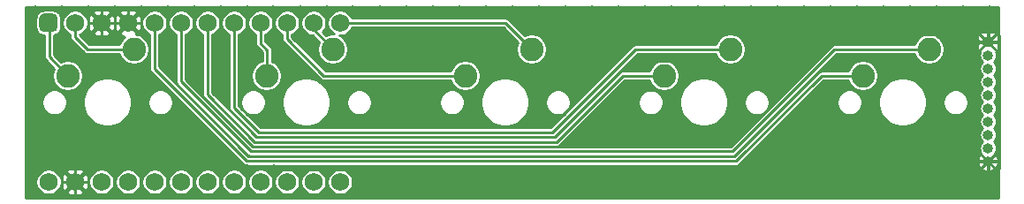
<source format=gtl>
%TF.GenerationSoftware,KiCad,Pcbnew,5.99.0+really5.1.10+dfsg1-1*%
%TF.CreationDate,2021-06-06T12:45:26-04:00*%
%TF.ProjectId,5x1,3578312e-6b69-4636-9164-5f7063625858,rev?*%
%TF.SameCoordinates,Original*%
%TF.FileFunction,Copper,L1,Top*%
%TF.FilePolarity,Positive*%
%FSLAX46Y46*%
G04 Gerber Fmt 4.6, Leading zero omitted, Abs format (unit mm)*
G04 Created by KiCad (PCBNEW 5.99.0+really5.1.10+dfsg1-1) date 2021-06-06 12:45:26*
%MOMM*%
%LPD*%
G01*
G04 APERTURE LIST*
%TA.AperFunction,ComponentPad*%
%ADD10C,1.752600*%
%TD*%
%TA.AperFunction,ComponentPad*%
%ADD11O,1.000000X1.000000*%
%TD*%
%TA.AperFunction,ComponentPad*%
%ADD12C,2.250000*%
%TD*%
%TA.AperFunction,ViaPad*%
%ADD13C,0.800000*%
%TD*%
%TA.AperFunction,Conductor*%
%ADD14C,0.254000*%
%TD*%
%TA.AperFunction,Conductor*%
%ADD15C,0.508000*%
%TD*%
%TA.AperFunction,Conductor*%
%ADD16C,0.381000*%
%TD*%
%TA.AperFunction,Conductor*%
%ADD17C,0.150000*%
%TD*%
G04 APERTURE END LIST*
D10*
%TO.P,U1,24*%
%TO.N,NC1*%
X2540000Y-17145000D03*
%TO.P,U1,12*%
%TO.N,R2*%
X30480000Y-1905000D03*
%TO.P,U1,23*%
%TO.N,GND*%
X5080000Y-17145000D03*
%TO.P,U1,22*%
%TO.N,NC2*%
X7620000Y-17145000D03*
%TO.P,U1,21*%
%TO.N,VCC*%
X10160000Y-17145000D03*
%TO.P,U1,20*%
%TO.N,Net-(J_0-Pad2)*%
X12700000Y-17145000D03*
%TO.P,U1,19*%
%TO.N,Net-(J_0-Pad3)*%
X15240000Y-17145000D03*
%TO.P,U1,18*%
%TO.N,Net-(J_0-Pad4)*%
X17780000Y-17145000D03*
%TO.P,U1,17*%
%TO.N,Net-(J_0-Pad5)*%
X20320000Y-17145000D03*
%TO.P,U1,16*%
%TO.N,Net-(J_0-Pad6)*%
X22860000Y-17145000D03*
%TO.P,U1,15*%
%TO.N,Net-(J_0-Pad7)*%
X25400000Y-17145000D03*
%TO.P,U1,14*%
%TO.N,Net-(J_0-Pad8)*%
X27940000Y-17145000D03*
%TO.P,U1,13*%
%TO.N,Net-(J_0-Pad9)*%
X30480000Y-17145000D03*
%TO.P,U1,11*%
%TO.N,R1*%
X27940000Y-1905000D03*
%TO.P,U1,10*%
%TO.N,C2*%
X25400000Y-1905000D03*
%TO.P,U1,9*%
%TO.N,C1*%
X22860000Y-1905000D03*
%TO.P,U1,8*%
%TO.N,R3*%
X20320000Y-1905000D03*
%TO.P,U1,7*%
%TO.N,C3*%
X17780000Y-1905000D03*
%TO.P,U1,6*%
%TO.N,R4*%
X15240000Y-1905000D03*
%TO.P,U1,5*%
%TO.N,C4*%
X12700000Y-1905000D03*
%TO.P,U1,4*%
%TO.N,GND*%
X10160000Y-1905000D03*
%TO.P,U1,3*%
X7620000Y-1905000D03*
%TO.P,U1,2*%
%TO.N,R0*%
X5080000Y-1905000D03*
%TO.P,U1,1*%
%TO.N,C0*%
%TA.AperFunction,ComponentPad*%
G36*
G01*
X1663700Y-2343150D02*
X1663700Y-1466850D01*
G75*
G02*
X2101850Y-1028700I438150J0D01*
G01*
X2978150Y-1028700D01*
G75*
G02*
X3416300Y-1466850I0J-438150D01*
G01*
X3416300Y-2343150D01*
G75*
G02*
X2978150Y-2781300I-438150J0D01*
G01*
X2101850Y-2781300D01*
G75*
G02*
X1663700Y-2343150I0J438150D01*
G01*
G37*
%TD.AperFunction*%
%TD*%
D11*
%TO.P,J_0,10*%
%TO.N,GND*%
X92583000Y-15176500D03*
%TO.P,J_0,9*%
%TO.N,Net-(J_0-Pad9)*%
X92583000Y-13906500D03*
%TO.P,J_0,8*%
%TO.N,Net-(J_0-Pad8)*%
X92583000Y-12636500D03*
%TO.P,J_0,7*%
%TO.N,Net-(J_0-Pad7)*%
X92583000Y-11366500D03*
%TO.P,J_0,6*%
%TO.N,Net-(J_0-Pad6)*%
X92583000Y-10096500D03*
%TO.P,J_0,5*%
%TO.N,Net-(J_0-Pad5)*%
X92583000Y-8826500D03*
%TO.P,J_0,4*%
%TO.N,Net-(J_0-Pad4)*%
X92583000Y-7556500D03*
%TO.P,J_0,3*%
%TO.N,Net-(J_0-Pad3)*%
X92583000Y-6286500D03*
%TO.P,J_0,2*%
%TO.N,Net-(J_0-Pad2)*%
X92583000Y-5016500D03*
%TO.P,J_0,1*%
%TO.N,GND*%
%TA.AperFunction,ComponentPad*%
G36*
G01*
X92083000Y-3996500D02*
X92083000Y-3496500D01*
G75*
G02*
X92333000Y-3246500I250000J0D01*
G01*
X92833000Y-3246500D01*
G75*
G02*
X93083000Y-3496500I0J-250000D01*
G01*
X93083000Y-3996500D01*
G75*
G02*
X92833000Y-4246500I-250000J0D01*
G01*
X92333000Y-4246500D01*
G75*
G02*
X92083000Y-3996500I0J250000D01*
G01*
G37*
%TD.AperFunction*%
%TD*%
D12*
%TO.P,MX_5,2*%
%TO.N,R4*%
X86931500Y-4445000D03*
%TO.P,MX_5,1*%
%TO.N,C4*%
X80581500Y-6985000D03*
%TD*%
%TO.P,MX_4,2*%
%TO.N,R3*%
X67881500Y-4445000D03*
%TO.P,MX_4,1*%
%TO.N,C3*%
X61531500Y-6985000D03*
%TD*%
%TO.P,MX_3,2*%
%TO.N,R2*%
X48831500Y-4445000D03*
%TO.P,MX_3,1*%
%TO.N,C2*%
X42481500Y-6985000D03*
%TD*%
%TO.P,MX_2,2*%
%TO.N,R1*%
X29781500Y-4445000D03*
%TO.P,MX_2,1*%
%TO.N,C1*%
X23431500Y-6985000D03*
%TD*%
%TO.P,MX_1,2*%
%TO.N,R0*%
X10731500Y-4445000D03*
%TO.P,MX_1,1*%
%TO.N,C0*%
X4381500Y-6985000D03*
%TD*%
D13*
%TO.N,GND*%
X24130000Y-15875000D03*
X34290000Y-635000D03*
X36830000Y-635000D03*
X39370000Y-635000D03*
X41910000Y-635000D03*
X44450000Y-635000D03*
X46990000Y-635000D03*
X49530000Y-635000D03*
X52070000Y-635000D03*
X54610000Y-635000D03*
X57150000Y-635000D03*
X59690000Y-635000D03*
X62230000Y-635000D03*
X64770000Y-635000D03*
X67310000Y-635000D03*
X69850000Y-635000D03*
X72390000Y-635000D03*
X74930000Y-635000D03*
X77470000Y-635000D03*
X80010000Y-635000D03*
X82550000Y-635000D03*
X85090000Y-635000D03*
X87630000Y-635000D03*
X90170000Y-635000D03*
X92710000Y-635000D03*
X4445000Y-8763000D03*
X42545000Y-8763000D03*
X61595000Y-8763000D03*
X80645000Y-8763000D03*
X31750000Y-18415000D03*
X24130000Y-18415000D03*
X13970000Y-18415000D03*
X1270000Y-18415000D03*
X3810000Y-18415000D03*
X1270000Y-15875000D03*
X6350000Y-18415000D03*
X19050000Y-18415000D03*
X3810000Y-15875000D03*
X8890000Y-18415000D03*
X8890000Y-15875000D03*
X21590000Y-18415000D03*
X26670000Y-18415000D03*
X11430000Y-15875000D03*
X6350000Y-15875000D03*
X13970000Y-635000D03*
X16510000Y-635000D03*
X19050000Y-635000D03*
X21590000Y-635000D03*
X24066500Y-635000D03*
X26670000Y-635000D03*
X3810000Y-635000D03*
X1270000Y-635000D03*
X3810000Y-3175000D03*
X1270000Y-3175000D03*
X6350000Y-3175000D03*
X6350000Y-635000D03*
X8890000Y-3175000D03*
X13970000Y-3175000D03*
X16510000Y-3175000D03*
X19050000Y-3175000D03*
X21590000Y-3175000D03*
X24066500Y-3175000D03*
X26670000Y-3175000D03*
X8890000Y-635000D03*
X11430000Y-635000D03*
X31686500Y-635000D03*
X31686500Y-3175000D03*
X11430000Y-18415000D03*
X29210000Y-18415000D03*
X11620500Y-6096000D03*
X49720500Y-6096000D03*
X68770500Y-6096000D03*
X92710000Y-18415000D03*
X90170000Y-18415000D03*
X87630000Y-18415000D03*
X85090000Y-18415000D03*
X82550000Y-18415000D03*
X80010000Y-18415000D03*
X77470000Y-18415000D03*
X74930000Y-18415000D03*
X72390000Y-18415000D03*
X69850000Y-18415000D03*
X67310000Y-18415000D03*
X64770000Y-18415000D03*
X62230000Y-18415000D03*
X59690000Y-18415000D03*
X57150000Y-18415000D03*
X54610000Y-18415000D03*
X52070000Y-18415000D03*
X49530000Y-18415000D03*
X46990000Y-18415000D03*
X44450000Y-18415000D03*
X41910000Y-18415000D03*
X39370000Y-18415000D03*
X36830000Y-18415000D03*
X29210000Y-635000D03*
X34290000Y-18415000D03*
X1270000Y-13335000D03*
X1270000Y-10795000D03*
X1270000Y-8255000D03*
X1270000Y-5715000D03*
X13970000Y-15875000D03*
X16510000Y-18415000D03*
X16510000Y-15875000D03*
X19050000Y-15875000D03*
X21590000Y-15875000D03*
X92710000Y-2222500D03*
X92710000Y-16827500D03*
X23495000Y-8763000D03*
X32004000Y-16891000D03*
X91313000Y-4836160D03*
X91313000Y-6299200D03*
X88389460Y-5377180D03*
X91313000Y-12771120D03*
X91313000Y-14234160D03*
X91313000Y-7975600D03*
X91315540Y-9646920D03*
X91315540Y-11303000D03*
%TD*%
D14*
%TO.N,C0*%
X2603500Y-5143500D02*
X2603500Y-1905000D01*
X4445000Y-6985000D02*
X2603500Y-5143500D01*
%TO.N,C1*%
X22860000Y-3873500D02*
X22860000Y-1905000D01*
X23495000Y-4508500D02*
X22860000Y-3873500D01*
X23495000Y-6985000D02*
X23495000Y-4508500D01*
%TO.N,C2*%
X25400000Y-3454400D02*
X25400000Y-1905000D01*
X28930600Y-6985000D02*
X25400000Y-3454400D01*
X42545000Y-6985000D02*
X28930600Y-6985000D01*
%TO.N,C3*%
X17780000Y-3144275D02*
X17780000Y-1905000D01*
X17780000Y-8796020D02*
X17780000Y-3144275D01*
X22298660Y-13314680D02*
X17780000Y-8796020D01*
X51241960Y-13314680D02*
X22298660Y-13314680D01*
X57571640Y-6985000D02*
X51241960Y-13314680D01*
X61531500Y-6985000D02*
X57571640Y-6985000D01*
%TO.N,C4*%
X12700000Y-6306820D02*
X12700000Y-1905000D01*
X21536660Y-15143480D02*
X12700000Y-6306820D01*
X68468240Y-15143480D02*
X21536660Y-15143480D01*
X76626720Y-6985000D02*
X68468240Y-15143480D01*
X80645000Y-6985000D02*
X76626720Y-6985000D01*
%TO.N,GND*%
X81015962Y-8763000D02*
X80645000Y-8763000D01*
X6286500Y-3111500D02*
X6413500Y-3111500D01*
X1270000Y-5932231D02*
X1270000Y-5715000D01*
X4445000Y-8763000D02*
X4191962Y-8763000D01*
X6098443Y-5463443D02*
X3810000Y-3175000D01*
X6098443Y-7675242D02*
X6098443Y-5463443D01*
X5010685Y-8763000D02*
X6098443Y-7675242D01*
X4445000Y-8763000D02*
X5010685Y-8763000D01*
X47233962Y-635000D02*
X46990000Y-635000D01*
D15*
X92710000Y-15303500D02*
X92583000Y-15176500D01*
D14*
X61965962Y-8763000D02*
X61595000Y-8763000D01*
X64632962Y-6096000D02*
X61965962Y-8763000D01*
X67119500Y-6096000D02*
X64632962Y-6096000D01*
X83682962Y-6096000D02*
X81015962Y-8763000D01*
X86169500Y-6096000D02*
X83682962Y-6096000D01*
D16*
X92710000Y-3619500D02*
X92583000Y-3746500D01*
D14*
X42545000Y-8763000D02*
X42291962Y-8763000D01*
X48333538Y-6096000D02*
X49720500Y-6096000D01*
X45412538Y-3175000D02*
X48333538Y-6096000D01*
X31686500Y-3175000D02*
X45412538Y-3175000D01*
X6731000Y-6096000D02*
X11620500Y-6096000D01*
X3810000Y-3175000D02*
X6731000Y-6096000D01*
X92583000Y-15176500D02*
X93459300Y-15176500D01*
X92583000Y-15176500D02*
X93370400Y-15963900D01*
X91768930Y-15990570D02*
X92583000Y-15176500D01*
X91313000Y-15534640D02*
X91768930Y-15990570D01*
X92583000Y-15176500D02*
X91381580Y-15176500D01*
X91381580Y-15176500D02*
X91313000Y-15245080D01*
X91313000Y-15245080D02*
X91313000Y-15534640D01*
X92605860Y-16827500D02*
X91768930Y-15990570D01*
X92710000Y-16827500D02*
X92605860Y-16827500D01*
X92583000Y-16700500D02*
X92710000Y-16827500D01*
X92583000Y-15176500D02*
X92583000Y-16700500D01*
X92583000Y-2349500D02*
X92710000Y-2222500D01*
X92583000Y-3746500D02*
X92583000Y-2349500D01*
X92583000Y-3746500D02*
X93624400Y-3746500D01*
X92583000Y-3746500D02*
X93408500Y-2921000D01*
X93408500Y-2921000D02*
X92710000Y-2222500D01*
X93624400Y-3136900D02*
X93408500Y-2921000D01*
X93624400Y-3746500D02*
X93624400Y-3136900D01*
X92085160Y-2222500D02*
X91244420Y-3063240D01*
X92710000Y-2222500D02*
X92085160Y-2222500D01*
X92583000Y-3746500D02*
X91572080Y-2735580D01*
X91485720Y-4843780D02*
X92583000Y-3746500D01*
X91315540Y-4843780D02*
X91485720Y-4843780D01*
X91236800Y-4765040D02*
X91236800Y-3070860D01*
X91315540Y-4843780D02*
X91236800Y-4765040D01*
X93624400Y-4787900D02*
X93624400Y-3746500D01*
X92583000Y-3746500D02*
X93624400Y-4787900D01*
X93624400Y-14135100D02*
X92583000Y-15176500D01*
X93624400Y-4787900D02*
X93624400Y-14135100D01*
X93621860Y-15915640D02*
X92710000Y-16827500D01*
X93621860Y-14137640D02*
X93621860Y-15915640D01*
X92583000Y-15176500D02*
X93621860Y-14137640D01*
X24130000Y-15875000D02*
X21590000Y-15875000D01*
X8890000Y-3175000D02*
X8890000Y-635000D01*
X11430000Y-635000D02*
X8890000Y-3175000D01*
X8890000Y-635000D02*
X6350000Y-3175000D01*
X6350000Y-635000D02*
X8890000Y-3175000D01*
X7620000Y-1905000D02*
X10160000Y-1905000D01*
X11239500Y-2984500D02*
X10160000Y-1905000D01*
X11430000Y-2794000D02*
X11239500Y-2984500D01*
X10160000Y-1905000D02*
X8890000Y-635000D01*
X11419840Y-1905000D02*
X11430000Y-1915160D01*
X10160000Y-1905000D02*
X11419840Y-1905000D01*
X11430000Y-1915160D02*
X11430000Y-2794000D01*
X11430000Y-635000D02*
X11430000Y-1915160D01*
X10160000Y-678180D02*
X10116820Y-635000D01*
X10160000Y-1905000D02*
X10160000Y-678180D01*
X10116820Y-635000D02*
X11430000Y-635000D01*
X7620000Y-675640D02*
X7579360Y-635000D01*
X7620000Y-1905000D02*
X7620000Y-675640D01*
X7579360Y-635000D02*
X10116820Y-635000D01*
X6350000Y-635000D02*
X7579360Y-635000D01*
X7620000Y-1905000D02*
X7620000Y-3175000D01*
X7620000Y-3175000D02*
X8890000Y-3175000D01*
X6350000Y-3175000D02*
X7620000Y-3175000D01*
X6413500Y-1905000D02*
X6350000Y-1968500D01*
X7620000Y-1905000D02*
X6413500Y-1905000D01*
X6350000Y-1968500D02*
X6350000Y-3175000D01*
X6350000Y-635000D02*
X6350000Y-1968500D01*
X3810000Y-15875000D02*
X6350000Y-18415000D01*
X6350000Y-15875000D02*
X3810000Y-18415000D01*
X3825240Y-17145000D02*
X3810000Y-17160240D01*
X5080000Y-17145000D02*
X3825240Y-17145000D01*
X3810000Y-17160240D02*
X3810000Y-15875000D01*
X3810000Y-18415000D02*
X3810000Y-17160240D01*
X5080000Y-15882620D02*
X5072380Y-15875000D01*
X5080000Y-17145000D02*
X5080000Y-15882620D01*
X5072380Y-15875000D02*
X6350000Y-15875000D01*
X3810000Y-15875000D02*
X5072380Y-15875000D01*
X6306820Y-17145000D02*
X6350000Y-17188180D01*
X5080000Y-17145000D02*
X6306820Y-17145000D01*
X6350000Y-17188180D02*
X6350000Y-18415000D01*
X6350000Y-15875000D02*
X6350000Y-17188180D01*
X5080000Y-17145000D02*
X5080000Y-18404840D01*
X5080000Y-18404840D02*
X5069840Y-18415000D01*
X5069840Y-18415000D02*
X3810000Y-18415000D01*
X6350000Y-18415000D02*
X5069840Y-18415000D01*
X91244420Y-3746500D02*
X91244420Y-3063240D01*
X92583000Y-3746500D02*
X91244420Y-3746500D01*
X91236800Y-3070860D02*
X91244420Y-3063240D01*
X91313000Y-14234160D02*
X91313000Y-15245080D01*
X91313000Y-14234160D02*
X91640660Y-14234160D01*
X91640660Y-14234160D02*
X92583000Y-15176500D01*
X91313000Y-14234160D02*
X91315540Y-14231620D01*
X91315540Y-14231620D02*
X91315540Y-4843780D01*
X11333480Y-2984500D02*
X11239500Y-2984500D01*
X12189460Y-3840480D02*
X11333480Y-2984500D01*
X12189460Y-5527040D02*
X12189460Y-3840480D01*
X11620500Y-6096000D02*
X12189460Y-5527040D01*
X24193500Y-15938500D02*
X24130000Y-15875000D01*
X31051500Y-15938500D02*
X24193500Y-15938500D01*
X32004000Y-16891000D02*
X31051500Y-15938500D01*
X47170462Y-635000D02*
X46990000Y-635000D01*
X50525680Y-3990218D02*
X47170462Y-635000D01*
X50525680Y-5290820D02*
X50525680Y-3990218D01*
X49720500Y-6096000D02*
X50525680Y-5290820D01*
X11567038Y-6111118D02*
X11567038Y-6042538D01*
X21330920Y-15875000D02*
X11567038Y-6111118D01*
X21590000Y-15875000D02*
X21330920Y-15875000D01*
X43110685Y-8763000D02*
X42545000Y-8763000D01*
X43997001Y-6288039D02*
X43997001Y-7876684D01*
X43106462Y-5397500D02*
X43997001Y-6288039D01*
X41846500Y-5397500D02*
X43106462Y-5397500D01*
X40960040Y-6283960D02*
X41846500Y-5397500D01*
X29334460Y-6283960D02*
X40960040Y-6283960D01*
X26670000Y-3619500D02*
X29334460Y-6283960D01*
X43997001Y-7876684D02*
X43110685Y-8763000D01*
X26670000Y-3175000D02*
X26670000Y-3619500D01*
X20955000Y-3810000D02*
X21590000Y-3175000D01*
X22778720Y-11849100D02*
X20955000Y-10025380D01*
X50756820Y-11849100D02*
X22778720Y-11849100D01*
X59964320Y-2641600D02*
X50756820Y-11849100D01*
X69397001Y-3748039D02*
X68290562Y-2641600D01*
X20955000Y-10025380D02*
X20955000Y-3810000D01*
X68290562Y-2641600D02*
X59964320Y-2641600D01*
X69397001Y-5141961D02*
X69397001Y-3748039D01*
X68442962Y-6096000D02*
X69397001Y-5141961D01*
X67119500Y-6096000D02*
X68442962Y-6096000D01*
X66550540Y-5527040D02*
X67119500Y-6096000D01*
X58379360Y-5527040D02*
X66550540Y-5527040D01*
X51048920Y-12857480D02*
X58379360Y-5527040D01*
X22489160Y-12857480D02*
X51048920Y-12857480D01*
X19050000Y-9418320D02*
X22489160Y-12857480D01*
X19050000Y-3175000D02*
X19050000Y-9418320D01*
X61206380Y-8763000D02*
X61595000Y-8763000D01*
X60761880Y-8318500D02*
X61206380Y-8763000D01*
X56901080Y-8318500D02*
X60761880Y-8318500D01*
X51447700Y-13771880D02*
X56901080Y-8318500D01*
X50406300Y-13771880D02*
X51447700Y-13771880D01*
X67881500Y-13771880D02*
X22108160Y-13771880D01*
X16510000Y-8173720D02*
X16510000Y-3175000D01*
X78663800Y-2989580D02*
X67881500Y-13771880D01*
X87688542Y-2989580D02*
X78663800Y-2989580D01*
X88447001Y-5141961D02*
X88447001Y-3748039D01*
X22108160Y-13771880D02*
X16510000Y-8173720D01*
X88447001Y-3748039D02*
X87688542Y-2989580D01*
X87492962Y-6096000D02*
X88447001Y-5141961D01*
X86169500Y-6096000D02*
X87492962Y-6096000D01*
X13970000Y-6929120D02*
X13970000Y-3175000D01*
X21727160Y-14686280D02*
X13970000Y-6929120D01*
X68272660Y-14686280D02*
X21727160Y-14686280D01*
X77597000Y-5361940D02*
X68272660Y-14686280D01*
X85435440Y-5361940D02*
X77597000Y-5361940D01*
X86169500Y-6096000D02*
X85435440Y-5361940D01*
X67368420Y-16891000D02*
X32004000Y-16891000D01*
X79849980Y-8285480D02*
X75973940Y-8285480D01*
X75973940Y-8285480D02*
X67368420Y-16891000D01*
X80327500Y-8763000D02*
X79849980Y-8285480D01*
X80645000Y-8763000D02*
X80327500Y-8763000D01*
X40957500Y-7556500D02*
X42164000Y-8763000D01*
X28564840Y-7556500D02*
X40957500Y-7556500D01*
X42164000Y-8763000D02*
X42545000Y-8763000D01*
X24583339Y-3574999D02*
X28564840Y-7556500D01*
X24466499Y-3574999D02*
X24583339Y-3574999D01*
X24066500Y-3175000D02*
X24466499Y-3574999D01*
%TO.N,R0*%
X6286500Y-4445000D02*
X10795000Y-4445000D01*
X5080000Y-3238500D02*
X6286500Y-4445000D01*
X5080000Y-1905000D02*
X5080000Y-3238500D01*
%TO.N,R1*%
X27940000Y-2540000D02*
X27940000Y-1905000D01*
X29845000Y-4445000D02*
X27940000Y-2540000D01*
%TO.N,R2*%
X46355000Y-1905000D02*
X30543500Y-1905000D01*
X48895000Y-4445000D02*
X46355000Y-1905000D01*
%TO.N,R3*%
X20259573Y-1965427D02*
X20320000Y-1905000D01*
X20320000Y-10040620D02*
X20320000Y-1905000D01*
X22679660Y-12400280D02*
X20320000Y-10040620D01*
X50855880Y-12400280D02*
X22679660Y-12400280D01*
X58811160Y-4445000D02*
X50855880Y-12400280D01*
X67881500Y-4445000D02*
X58811160Y-4445000D01*
%TO.N,R4*%
X68077080Y-14229080D02*
X77861160Y-4445000D01*
X21917660Y-14229080D02*
X68077080Y-14229080D01*
X77861160Y-4445000D02*
X86995000Y-4445000D01*
X15240000Y-7551420D02*
X21917660Y-14229080D01*
X86995000Y-4445000D02*
X87249000Y-4699000D01*
X15240000Y-1905000D02*
X15240000Y-7551420D01*
%TD*%
%TO.N,GND*%
X93612100Y-18682100D02*
X367900Y-18682100D01*
X367900Y-17024919D01*
X1320800Y-17024919D01*
X1320800Y-17265081D01*
X1367653Y-17500627D01*
X1459559Y-17722508D01*
X1592986Y-17922195D01*
X1762805Y-18092014D01*
X1962492Y-18225441D01*
X2184373Y-18317347D01*
X2419919Y-18364200D01*
X2660081Y-18364200D01*
X2895627Y-18317347D01*
X3117508Y-18225441D01*
X3317195Y-18092014D01*
X3326655Y-18082554D01*
X4232248Y-18082554D01*
X4314616Y-18306492D01*
X4555919Y-18433494D01*
X4817361Y-18510978D01*
X5088897Y-18535970D01*
X5360091Y-18507507D01*
X5620520Y-18426684D01*
X5845384Y-18306492D01*
X5927752Y-18082554D01*
X5080000Y-17234803D01*
X4232248Y-18082554D01*
X3326655Y-18082554D01*
X3487014Y-17922195D01*
X3620441Y-17722508D01*
X3712347Y-17500627D01*
X3723513Y-17444490D01*
X3798316Y-17685520D01*
X3918508Y-17910384D01*
X4142446Y-17992752D01*
X4990197Y-17145000D01*
X5169803Y-17145000D01*
X6017554Y-17992752D01*
X6241492Y-17910384D01*
X6368494Y-17669081D01*
X6435912Y-17441602D01*
X6447653Y-17500627D01*
X6539559Y-17722508D01*
X6672986Y-17922195D01*
X6842805Y-18092014D01*
X7042492Y-18225441D01*
X7264373Y-18317347D01*
X7499919Y-18364200D01*
X7740081Y-18364200D01*
X7975627Y-18317347D01*
X8197508Y-18225441D01*
X8397195Y-18092014D01*
X8567014Y-17922195D01*
X8700441Y-17722508D01*
X8792347Y-17500627D01*
X8839200Y-17265081D01*
X8839200Y-17024919D01*
X8940800Y-17024919D01*
X8940800Y-17265081D01*
X8987653Y-17500627D01*
X9079559Y-17722508D01*
X9212986Y-17922195D01*
X9382805Y-18092014D01*
X9582492Y-18225441D01*
X9804373Y-18317347D01*
X10039919Y-18364200D01*
X10280081Y-18364200D01*
X10515627Y-18317347D01*
X10737508Y-18225441D01*
X10937195Y-18092014D01*
X11107014Y-17922195D01*
X11240441Y-17722508D01*
X11332347Y-17500627D01*
X11379200Y-17265081D01*
X11379200Y-17024919D01*
X11480800Y-17024919D01*
X11480800Y-17265081D01*
X11527653Y-17500627D01*
X11619559Y-17722508D01*
X11752986Y-17922195D01*
X11922805Y-18092014D01*
X12122492Y-18225441D01*
X12344373Y-18317347D01*
X12579919Y-18364200D01*
X12820081Y-18364200D01*
X13055627Y-18317347D01*
X13277508Y-18225441D01*
X13477195Y-18092014D01*
X13647014Y-17922195D01*
X13780441Y-17722508D01*
X13872347Y-17500627D01*
X13919200Y-17265081D01*
X13919200Y-17024919D01*
X14020800Y-17024919D01*
X14020800Y-17265081D01*
X14067653Y-17500627D01*
X14159559Y-17722508D01*
X14292986Y-17922195D01*
X14462805Y-18092014D01*
X14662492Y-18225441D01*
X14884373Y-18317347D01*
X15119919Y-18364200D01*
X15360081Y-18364200D01*
X15595627Y-18317347D01*
X15817508Y-18225441D01*
X16017195Y-18092014D01*
X16187014Y-17922195D01*
X16320441Y-17722508D01*
X16412347Y-17500627D01*
X16459200Y-17265081D01*
X16459200Y-17024919D01*
X16560800Y-17024919D01*
X16560800Y-17265081D01*
X16607653Y-17500627D01*
X16699559Y-17722508D01*
X16832986Y-17922195D01*
X17002805Y-18092014D01*
X17202492Y-18225441D01*
X17424373Y-18317347D01*
X17659919Y-18364200D01*
X17900081Y-18364200D01*
X18135627Y-18317347D01*
X18357508Y-18225441D01*
X18557195Y-18092014D01*
X18727014Y-17922195D01*
X18860441Y-17722508D01*
X18952347Y-17500627D01*
X18999200Y-17265081D01*
X18999200Y-17024919D01*
X19100800Y-17024919D01*
X19100800Y-17265081D01*
X19147653Y-17500627D01*
X19239559Y-17722508D01*
X19372986Y-17922195D01*
X19542805Y-18092014D01*
X19742492Y-18225441D01*
X19964373Y-18317347D01*
X20199919Y-18364200D01*
X20440081Y-18364200D01*
X20675627Y-18317347D01*
X20897508Y-18225441D01*
X21097195Y-18092014D01*
X21267014Y-17922195D01*
X21400441Y-17722508D01*
X21492347Y-17500627D01*
X21539200Y-17265081D01*
X21539200Y-17024919D01*
X21640800Y-17024919D01*
X21640800Y-17265081D01*
X21687653Y-17500627D01*
X21779559Y-17722508D01*
X21912986Y-17922195D01*
X22082805Y-18092014D01*
X22282492Y-18225441D01*
X22504373Y-18317347D01*
X22739919Y-18364200D01*
X22980081Y-18364200D01*
X23215627Y-18317347D01*
X23437508Y-18225441D01*
X23637195Y-18092014D01*
X23807014Y-17922195D01*
X23940441Y-17722508D01*
X24032347Y-17500627D01*
X24079200Y-17265081D01*
X24079200Y-17024919D01*
X24180800Y-17024919D01*
X24180800Y-17265081D01*
X24227653Y-17500627D01*
X24319559Y-17722508D01*
X24452986Y-17922195D01*
X24622805Y-18092014D01*
X24822492Y-18225441D01*
X25044373Y-18317347D01*
X25279919Y-18364200D01*
X25520081Y-18364200D01*
X25755627Y-18317347D01*
X25977508Y-18225441D01*
X26177195Y-18092014D01*
X26347014Y-17922195D01*
X26480441Y-17722508D01*
X26572347Y-17500627D01*
X26619200Y-17265081D01*
X26619200Y-17024919D01*
X26720800Y-17024919D01*
X26720800Y-17265081D01*
X26767653Y-17500627D01*
X26859559Y-17722508D01*
X26992986Y-17922195D01*
X27162805Y-18092014D01*
X27362492Y-18225441D01*
X27584373Y-18317347D01*
X27819919Y-18364200D01*
X28060081Y-18364200D01*
X28295627Y-18317347D01*
X28517508Y-18225441D01*
X28717195Y-18092014D01*
X28887014Y-17922195D01*
X29020441Y-17722508D01*
X29112347Y-17500627D01*
X29159200Y-17265081D01*
X29159200Y-17024919D01*
X29260800Y-17024919D01*
X29260800Y-17265081D01*
X29307653Y-17500627D01*
X29399559Y-17722508D01*
X29532986Y-17922195D01*
X29702805Y-18092014D01*
X29902492Y-18225441D01*
X30124373Y-18317347D01*
X30359919Y-18364200D01*
X30600081Y-18364200D01*
X30835627Y-18317347D01*
X31057508Y-18225441D01*
X31257195Y-18092014D01*
X31427014Y-17922195D01*
X31560441Y-17722508D01*
X31652347Y-17500627D01*
X31699200Y-17265081D01*
X31699200Y-17024919D01*
X31652347Y-16789373D01*
X31560441Y-16567492D01*
X31427014Y-16367805D01*
X31257195Y-16197986D01*
X31057508Y-16064559D01*
X30835627Y-15972653D01*
X30600081Y-15925800D01*
X30359919Y-15925800D01*
X30124373Y-15972653D01*
X29902492Y-16064559D01*
X29702805Y-16197986D01*
X29532986Y-16367805D01*
X29399559Y-16567492D01*
X29307653Y-16789373D01*
X29260800Y-17024919D01*
X29159200Y-17024919D01*
X29112347Y-16789373D01*
X29020441Y-16567492D01*
X28887014Y-16367805D01*
X28717195Y-16197986D01*
X28517508Y-16064559D01*
X28295627Y-15972653D01*
X28060081Y-15925800D01*
X27819919Y-15925800D01*
X27584373Y-15972653D01*
X27362492Y-16064559D01*
X27162805Y-16197986D01*
X26992986Y-16367805D01*
X26859559Y-16567492D01*
X26767653Y-16789373D01*
X26720800Y-17024919D01*
X26619200Y-17024919D01*
X26572347Y-16789373D01*
X26480441Y-16567492D01*
X26347014Y-16367805D01*
X26177195Y-16197986D01*
X25977508Y-16064559D01*
X25755627Y-15972653D01*
X25520081Y-15925800D01*
X25279919Y-15925800D01*
X25044373Y-15972653D01*
X24822492Y-16064559D01*
X24622805Y-16197986D01*
X24452986Y-16367805D01*
X24319559Y-16567492D01*
X24227653Y-16789373D01*
X24180800Y-17024919D01*
X24079200Y-17024919D01*
X24032347Y-16789373D01*
X23940441Y-16567492D01*
X23807014Y-16367805D01*
X23637195Y-16197986D01*
X23437508Y-16064559D01*
X23215627Y-15972653D01*
X22980081Y-15925800D01*
X22739919Y-15925800D01*
X22504373Y-15972653D01*
X22282492Y-16064559D01*
X22082805Y-16197986D01*
X21912986Y-16367805D01*
X21779559Y-16567492D01*
X21687653Y-16789373D01*
X21640800Y-17024919D01*
X21539200Y-17024919D01*
X21492347Y-16789373D01*
X21400441Y-16567492D01*
X21267014Y-16367805D01*
X21097195Y-16197986D01*
X20897508Y-16064559D01*
X20675627Y-15972653D01*
X20440081Y-15925800D01*
X20199919Y-15925800D01*
X19964373Y-15972653D01*
X19742492Y-16064559D01*
X19542805Y-16197986D01*
X19372986Y-16367805D01*
X19239559Y-16567492D01*
X19147653Y-16789373D01*
X19100800Y-17024919D01*
X18999200Y-17024919D01*
X18952347Y-16789373D01*
X18860441Y-16567492D01*
X18727014Y-16367805D01*
X18557195Y-16197986D01*
X18357508Y-16064559D01*
X18135627Y-15972653D01*
X17900081Y-15925800D01*
X17659919Y-15925800D01*
X17424373Y-15972653D01*
X17202492Y-16064559D01*
X17002805Y-16197986D01*
X16832986Y-16367805D01*
X16699559Y-16567492D01*
X16607653Y-16789373D01*
X16560800Y-17024919D01*
X16459200Y-17024919D01*
X16412347Y-16789373D01*
X16320441Y-16567492D01*
X16187014Y-16367805D01*
X16017195Y-16197986D01*
X15817508Y-16064559D01*
X15595627Y-15972653D01*
X15360081Y-15925800D01*
X15119919Y-15925800D01*
X14884373Y-15972653D01*
X14662492Y-16064559D01*
X14462805Y-16197986D01*
X14292986Y-16367805D01*
X14159559Y-16567492D01*
X14067653Y-16789373D01*
X14020800Y-17024919D01*
X13919200Y-17024919D01*
X13872347Y-16789373D01*
X13780441Y-16567492D01*
X13647014Y-16367805D01*
X13477195Y-16197986D01*
X13277508Y-16064559D01*
X13055627Y-15972653D01*
X12820081Y-15925800D01*
X12579919Y-15925800D01*
X12344373Y-15972653D01*
X12122492Y-16064559D01*
X11922805Y-16197986D01*
X11752986Y-16367805D01*
X11619559Y-16567492D01*
X11527653Y-16789373D01*
X11480800Y-17024919D01*
X11379200Y-17024919D01*
X11332347Y-16789373D01*
X11240441Y-16567492D01*
X11107014Y-16367805D01*
X10937195Y-16197986D01*
X10737508Y-16064559D01*
X10515627Y-15972653D01*
X10280081Y-15925800D01*
X10039919Y-15925800D01*
X9804373Y-15972653D01*
X9582492Y-16064559D01*
X9382805Y-16197986D01*
X9212986Y-16367805D01*
X9079559Y-16567492D01*
X8987653Y-16789373D01*
X8940800Y-17024919D01*
X8839200Y-17024919D01*
X8792347Y-16789373D01*
X8700441Y-16567492D01*
X8567014Y-16367805D01*
X8397195Y-16197986D01*
X8197508Y-16064559D01*
X7975627Y-15972653D01*
X7740081Y-15925800D01*
X7499919Y-15925800D01*
X7264373Y-15972653D01*
X7042492Y-16064559D01*
X6842805Y-16197986D01*
X6672986Y-16367805D01*
X6539559Y-16567492D01*
X6447653Y-16789373D01*
X6436487Y-16845510D01*
X6361684Y-16604480D01*
X6241492Y-16379616D01*
X6017554Y-16297248D01*
X5169803Y-17145000D01*
X4990197Y-17145000D01*
X4142446Y-16297248D01*
X3918508Y-16379616D01*
X3791506Y-16620919D01*
X3724088Y-16848398D01*
X3712347Y-16789373D01*
X3620441Y-16567492D01*
X3487014Y-16367805D01*
X3326655Y-16207446D01*
X4232248Y-16207446D01*
X5080000Y-17055197D01*
X5927752Y-16207446D01*
X5845384Y-15983508D01*
X5604081Y-15856506D01*
X5342639Y-15779022D01*
X5071103Y-15754030D01*
X4799909Y-15782493D01*
X4539480Y-15863316D01*
X4314616Y-15983508D01*
X4232248Y-16207446D01*
X3326655Y-16207446D01*
X3317195Y-16197986D01*
X3117508Y-16064559D01*
X2895627Y-15972653D01*
X2660081Y-15925800D01*
X2419919Y-15925800D01*
X2184373Y-15972653D01*
X1962492Y-16064559D01*
X1762805Y-16197986D01*
X1592986Y-16367805D01*
X1459559Y-16567492D01*
X1367653Y-16789373D01*
X1320800Y-17024919D01*
X367900Y-17024919D01*
X367900Y-9405047D01*
X1893600Y-9405047D01*
X1893600Y-9644953D01*
X1940403Y-9880248D01*
X2032211Y-10101892D01*
X2165495Y-10301366D01*
X2335134Y-10471005D01*
X2534608Y-10604289D01*
X2756252Y-10696097D01*
X2991547Y-10742900D01*
X3231453Y-10742900D01*
X3466748Y-10696097D01*
X3688392Y-10604289D01*
X3887866Y-10471005D01*
X4057505Y-10301366D01*
X4190789Y-10101892D01*
X4282597Y-9880248D01*
X4329400Y-9644953D01*
X4329400Y-9405047D01*
X4307480Y-9294845D01*
X5854700Y-9294845D01*
X5854700Y-9755155D01*
X5944502Y-10206619D01*
X6120655Y-10631890D01*
X6376389Y-11014623D01*
X6701877Y-11340111D01*
X7084610Y-11595845D01*
X7509881Y-11771998D01*
X7961345Y-11861800D01*
X8421655Y-11861800D01*
X8873119Y-11771998D01*
X9298390Y-11595845D01*
X9681123Y-11340111D01*
X10006611Y-11014623D01*
X10262345Y-10631890D01*
X10438498Y-10206619D01*
X10528300Y-9755155D01*
X10528300Y-9405047D01*
X12053600Y-9405047D01*
X12053600Y-9644953D01*
X12100403Y-9880248D01*
X12192211Y-10101892D01*
X12325495Y-10301366D01*
X12495134Y-10471005D01*
X12694608Y-10604289D01*
X12916252Y-10696097D01*
X13151547Y-10742900D01*
X13391453Y-10742900D01*
X13626748Y-10696097D01*
X13848392Y-10604289D01*
X14047866Y-10471005D01*
X14217505Y-10301366D01*
X14350789Y-10101892D01*
X14442597Y-9880248D01*
X14489400Y-9644953D01*
X14489400Y-9405047D01*
X14442597Y-9169752D01*
X14350789Y-8948108D01*
X14217505Y-8748634D01*
X14047866Y-8578995D01*
X13848392Y-8445711D01*
X13626748Y-8353903D01*
X13391453Y-8307100D01*
X13151547Y-8307100D01*
X12916252Y-8353903D01*
X12694608Y-8445711D01*
X12495134Y-8578995D01*
X12325495Y-8748634D01*
X12192211Y-8948108D01*
X12100403Y-9169752D01*
X12053600Y-9405047D01*
X10528300Y-9405047D01*
X10528300Y-9294845D01*
X10438498Y-8843381D01*
X10262345Y-8418110D01*
X10006611Y-8035377D01*
X9681123Y-7709889D01*
X9298390Y-7454155D01*
X8873119Y-7278002D01*
X8421655Y-7188200D01*
X7961345Y-7188200D01*
X7509881Y-7278002D01*
X7084610Y-7454155D01*
X6701877Y-7709889D01*
X6376389Y-8035377D01*
X6120655Y-8418110D01*
X5944502Y-8843381D01*
X5854700Y-9294845D01*
X4307480Y-9294845D01*
X4282597Y-9169752D01*
X4190789Y-8948108D01*
X4057505Y-8748634D01*
X3887866Y-8578995D01*
X3688392Y-8445711D01*
X3466748Y-8353903D01*
X3231453Y-8307100D01*
X2991547Y-8307100D01*
X2756252Y-8353903D01*
X2534608Y-8445711D01*
X2335134Y-8578995D01*
X2165495Y-8748634D01*
X2032211Y-8948108D01*
X1940403Y-9169752D01*
X1893600Y-9405047D01*
X367900Y-9405047D01*
X367900Y-1466850D01*
X1319141Y-1466850D01*
X1319141Y-2343150D01*
X1334181Y-2495849D01*
X1378721Y-2642680D01*
X1451051Y-2778000D01*
X1548391Y-2896609D01*
X1667000Y-2993949D01*
X1802320Y-3066279D01*
X1949151Y-3110819D01*
X2101850Y-3125859D01*
X2133601Y-3125859D01*
X2133600Y-5120423D01*
X2131327Y-5143500D01*
X2133600Y-5166576D01*
X2140400Y-5235615D01*
X2167269Y-5324192D01*
X2210902Y-5405825D01*
X2269623Y-5477377D01*
X2287557Y-5492095D01*
X3082460Y-6286999D01*
X3080663Y-6289688D01*
X2970010Y-6556829D01*
X2913600Y-6840424D01*
X2913600Y-7129576D01*
X2970010Y-7413171D01*
X3080663Y-7680312D01*
X3241307Y-7920732D01*
X3445768Y-8125193D01*
X3686188Y-8285837D01*
X3953329Y-8396490D01*
X4236924Y-8452900D01*
X4526076Y-8452900D01*
X4809671Y-8396490D01*
X5076812Y-8285837D01*
X5317232Y-8125193D01*
X5521693Y-7920732D01*
X5682337Y-7680312D01*
X5792990Y-7413171D01*
X5849400Y-7129576D01*
X5849400Y-6840424D01*
X5792990Y-6556829D01*
X5682337Y-6289688D01*
X5521693Y-6049268D01*
X5317232Y-5844807D01*
X5076812Y-5684163D01*
X4809671Y-5573510D01*
X4526076Y-5517100D01*
X4236924Y-5517100D01*
X3953329Y-5573510D01*
X3772818Y-5648280D01*
X3073400Y-4948862D01*
X3073400Y-3116477D01*
X3130849Y-3110819D01*
X3277680Y-3066279D01*
X3413000Y-2993949D01*
X3531609Y-2896609D01*
X3628949Y-2778000D01*
X3701279Y-2642680D01*
X3745819Y-2495849D01*
X3760859Y-2343150D01*
X3760859Y-1784919D01*
X3860800Y-1784919D01*
X3860800Y-2025081D01*
X3907653Y-2260627D01*
X3999559Y-2482508D01*
X4132986Y-2682195D01*
X4302805Y-2852014D01*
X4502492Y-2985441D01*
X4610101Y-3030014D01*
X4610101Y-3215413D01*
X4607827Y-3238500D01*
X4616900Y-3330616D01*
X4643769Y-3419192D01*
X4643770Y-3419193D01*
X4687403Y-3500825D01*
X4746124Y-3572377D01*
X4764052Y-3587090D01*
X5937909Y-4760948D01*
X5952623Y-4778877D01*
X6024175Y-4837598D01*
X6060637Y-4857087D01*
X6105807Y-4881231D01*
X6194383Y-4908100D01*
X6286500Y-4917173D01*
X6309577Y-4914900D01*
X9337295Y-4914900D01*
X9430663Y-5140312D01*
X9591307Y-5380732D01*
X9795768Y-5585193D01*
X10036188Y-5745837D01*
X10303329Y-5856490D01*
X10586924Y-5912900D01*
X10876076Y-5912900D01*
X11159671Y-5856490D01*
X11426812Y-5745837D01*
X11667232Y-5585193D01*
X11871693Y-5380732D01*
X12032337Y-5140312D01*
X12142990Y-4873171D01*
X12199400Y-4589576D01*
X12199400Y-4300424D01*
X12142990Y-4016829D01*
X12032337Y-3749688D01*
X11871693Y-3509268D01*
X11667232Y-3304807D01*
X11426812Y-3144163D01*
X11159671Y-3033510D01*
X10952661Y-2992333D01*
X11007752Y-2842554D01*
X10160000Y-1994803D01*
X9312248Y-2842554D01*
X9394616Y-3066492D01*
X9635919Y-3193494D01*
X9862056Y-3260515D01*
X9795768Y-3304807D01*
X9591307Y-3509268D01*
X9430663Y-3749688D01*
X9337295Y-3975100D01*
X6481139Y-3975100D01*
X5549900Y-3043862D01*
X5549900Y-3030014D01*
X5657508Y-2985441D01*
X5857195Y-2852014D01*
X5866655Y-2842554D01*
X6772248Y-2842554D01*
X6854616Y-3066492D01*
X7095919Y-3193494D01*
X7357361Y-3270978D01*
X7628897Y-3295970D01*
X7900091Y-3267507D01*
X8160520Y-3186684D01*
X8385384Y-3066492D01*
X8467752Y-2842554D01*
X7620000Y-1994803D01*
X6772248Y-2842554D01*
X5866655Y-2842554D01*
X6027014Y-2682195D01*
X6160441Y-2482508D01*
X6252347Y-2260627D01*
X6263513Y-2204490D01*
X6338316Y-2445520D01*
X6458508Y-2670384D01*
X6682446Y-2752752D01*
X7530197Y-1905000D01*
X7709803Y-1905000D01*
X8557554Y-2752752D01*
X8781492Y-2670384D01*
X8889162Y-2465812D01*
X8998508Y-2670384D01*
X9222446Y-2752752D01*
X10070197Y-1905000D01*
X10249803Y-1905000D01*
X11097554Y-2752752D01*
X11321492Y-2670384D01*
X11448494Y-2429081D01*
X11515912Y-2201602D01*
X11527653Y-2260627D01*
X11619559Y-2482508D01*
X11752986Y-2682195D01*
X11922805Y-2852014D01*
X12122492Y-2985441D01*
X12230101Y-3030014D01*
X12230100Y-6283743D01*
X12227827Y-6306820D01*
X12236900Y-6398935D01*
X12263769Y-6487512D01*
X12307402Y-6569145D01*
X12366123Y-6640697D01*
X12384057Y-6655415D01*
X21188070Y-15459429D01*
X21202783Y-15477357D01*
X21274335Y-15536078D01*
X21355967Y-15579711D01*
X21411096Y-15596434D01*
X21444542Y-15606580D01*
X21536659Y-15615653D01*
X21559736Y-15613380D01*
X68445163Y-15613380D01*
X68468240Y-15615653D01*
X68491317Y-15613380D01*
X68560356Y-15606580D01*
X68648933Y-15579711D01*
X68730565Y-15536078D01*
X68802117Y-15477357D01*
X68816835Y-15459423D01*
X68879667Y-15396591D01*
X91599321Y-15396591D01*
X91642822Y-15540005D01*
X91731804Y-15716440D01*
X91853497Y-15872125D01*
X92003224Y-16001078D01*
X92175231Y-16098343D01*
X92362909Y-16160182D01*
X92519500Y-16055501D01*
X92519500Y-15240000D01*
X92646500Y-15240000D01*
X92646500Y-16055501D01*
X92803091Y-16160182D01*
X92990769Y-16098343D01*
X93162776Y-16001078D01*
X93312503Y-15872125D01*
X93434196Y-15716440D01*
X93523178Y-15540005D01*
X93566679Y-15396591D01*
X93461709Y-15240000D01*
X92646500Y-15240000D01*
X92519500Y-15240000D01*
X91704291Y-15240000D01*
X91599321Y-15396591D01*
X68879667Y-15396591D01*
X74871211Y-9405047D01*
X78093600Y-9405047D01*
X78093600Y-9644953D01*
X78140403Y-9880248D01*
X78232211Y-10101892D01*
X78365495Y-10301366D01*
X78535134Y-10471005D01*
X78734608Y-10604289D01*
X78956252Y-10696097D01*
X79191547Y-10742900D01*
X79431453Y-10742900D01*
X79666748Y-10696097D01*
X79888392Y-10604289D01*
X80087866Y-10471005D01*
X80257505Y-10301366D01*
X80390789Y-10101892D01*
X80482597Y-9880248D01*
X80529400Y-9644953D01*
X80529400Y-9405047D01*
X80507480Y-9294845D01*
X82054700Y-9294845D01*
X82054700Y-9755155D01*
X82144502Y-10206619D01*
X82320655Y-10631890D01*
X82576389Y-11014623D01*
X82901877Y-11340111D01*
X83284610Y-11595845D01*
X83709881Y-11771998D01*
X84161345Y-11861800D01*
X84621655Y-11861800D01*
X85073119Y-11771998D01*
X85498390Y-11595845D01*
X85881123Y-11340111D01*
X86206611Y-11014623D01*
X86462345Y-10631890D01*
X86638498Y-10206619D01*
X86728300Y-9755155D01*
X86728300Y-9405047D01*
X88253600Y-9405047D01*
X88253600Y-9644953D01*
X88300403Y-9880248D01*
X88392211Y-10101892D01*
X88525495Y-10301366D01*
X88695134Y-10471005D01*
X88894608Y-10604289D01*
X89116252Y-10696097D01*
X89351547Y-10742900D01*
X89591453Y-10742900D01*
X89826748Y-10696097D01*
X90048392Y-10604289D01*
X90247866Y-10471005D01*
X90417505Y-10301366D01*
X90550789Y-10101892D01*
X90642597Y-9880248D01*
X90689400Y-9644953D01*
X90689400Y-9405047D01*
X90642597Y-9169752D01*
X90550789Y-8948108D01*
X90417505Y-8748634D01*
X90247866Y-8578995D01*
X90048392Y-8445711D01*
X89826748Y-8353903D01*
X89591453Y-8307100D01*
X89351547Y-8307100D01*
X89116252Y-8353903D01*
X88894608Y-8445711D01*
X88695134Y-8578995D01*
X88525495Y-8748634D01*
X88392211Y-8948108D01*
X88300403Y-9169752D01*
X88253600Y-9405047D01*
X86728300Y-9405047D01*
X86728300Y-9294845D01*
X86638498Y-8843381D01*
X86462345Y-8418110D01*
X86206611Y-8035377D01*
X85881123Y-7709889D01*
X85498390Y-7454155D01*
X85073119Y-7278002D01*
X84621655Y-7188200D01*
X84161345Y-7188200D01*
X83709881Y-7278002D01*
X83284610Y-7454155D01*
X82901877Y-7709889D01*
X82576389Y-8035377D01*
X82320655Y-8418110D01*
X82144502Y-8843381D01*
X82054700Y-9294845D01*
X80507480Y-9294845D01*
X80482597Y-9169752D01*
X80390789Y-8948108D01*
X80257505Y-8748634D01*
X80087866Y-8578995D01*
X79888392Y-8445711D01*
X79666748Y-8353903D01*
X79431453Y-8307100D01*
X79191547Y-8307100D01*
X78956252Y-8353903D01*
X78734608Y-8445711D01*
X78535134Y-8578995D01*
X78365495Y-8748634D01*
X78232211Y-8948108D01*
X78140403Y-9169752D01*
X78093600Y-9405047D01*
X74871211Y-9405047D01*
X76821359Y-7454900D01*
X79187295Y-7454900D01*
X79280663Y-7680312D01*
X79441307Y-7920732D01*
X79645768Y-8125193D01*
X79886188Y-8285837D01*
X80153329Y-8396490D01*
X80436924Y-8452900D01*
X80726076Y-8452900D01*
X81009671Y-8396490D01*
X81276812Y-8285837D01*
X81517232Y-8125193D01*
X81721693Y-7920732D01*
X81882337Y-7680312D01*
X81992990Y-7413171D01*
X82049400Y-7129576D01*
X82049400Y-6840424D01*
X81992990Y-6556829D01*
X81882337Y-6289688D01*
X81721693Y-6049268D01*
X81517232Y-5844807D01*
X81276812Y-5684163D01*
X81009671Y-5573510D01*
X80726076Y-5517100D01*
X80436924Y-5517100D01*
X80153329Y-5573510D01*
X79886188Y-5684163D01*
X79645768Y-5844807D01*
X79441307Y-6049268D01*
X79280663Y-6289688D01*
X79187295Y-6515100D01*
X76649796Y-6515100D01*
X76626719Y-6512827D01*
X76534603Y-6521900D01*
X76446027Y-6548769D01*
X76394260Y-6576439D01*
X78055799Y-4914900D01*
X85537295Y-4914900D01*
X85630663Y-5140312D01*
X85791307Y-5380732D01*
X85995768Y-5585193D01*
X86236188Y-5745837D01*
X86503329Y-5856490D01*
X86786924Y-5912900D01*
X87076076Y-5912900D01*
X87359671Y-5856490D01*
X87626812Y-5745837D01*
X87867232Y-5585193D01*
X88071693Y-5380732D01*
X88232337Y-5140312D01*
X88342990Y-4873171D01*
X88399400Y-4589576D01*
X88399400Y-4300424D01*
X88388674Y-4246500D01*
X91572542Y-4246500D01*
X91582350Y-4346085D01*
X91611398Y-4441844D01*
X91658570Y-4530095D01*
X91722052Y-4607448D01*
X91799405Y-4670930D01*
X91811184Y-4677226D01*
X91772493Y-4770635D01*
X91740100Y-4933482D01*
X91740100Y-5099518D01*
X91772493Y-5262365D01*
X91836032Y-5415763D01*
X91928277Y-5553817D01*
X92025960Y-5651500D01*
X91928277Y-5749183D01*
X91836032Y-5887237D01*
X91772493Y-6040635D01*
X91740100Y-6203482D01*
X91740100Y-6369518D01*
X91772493Y-6532365D01*
X91836032Y-6685763D01*
X91928277Y-6823817D01*
X92025960Y-6921500D01*
X91928277Y-7019183D01*
X91836032Y-7157237D01*
X91772493Y-7310635D01*
X91740100Y-7473482D01*
X91740100Y-7639518D01*
X91772493Y-7802365D01*
X91836032Y-7955763D01*
X91928277Y-8093817D01*
X92025960Y-8191500D01*
X91928277Y-8289183D01*
X91836032Y-8427237D01*
X91772493Y-8580635D01*
X91740100Y-8743482D01*
X91740100Y-8909518D01*
X91772493Y-9072365D01*
X91836032Y-9225763D01*
X91928277Y-9363817D01*
X92025960Y-9461500D01*
X91928277Y-9559183D01*
X91836032Y-9697237D01*
X91772493Y-9850635D01*
X91740100Y-10013482D01*
X91740100Y-10179518D01*
X91772493Y-10342365D01*
X91836032Y-10495763D01*
X91928277Y-10633817D01*
X92025960Y-10731500D01*
X91928277Y-10829183D01*
X91836032Y-10967237D01*
X91772493Y-11120635D01*
X91740100Y-11283482D01*
X91740100Y-11449518D01*
X91772493Y-11612365D01*
X91836032Y-11765763D01*
X91928277Y-11903817D01*
X92025960Y-12001500D01*
X91928277Y-12099183D01*
X91836032Y-12237237D01*
X91772493Y-12390635D01*
X91740100Y-12553482D01*
X91740100Y-12719518D01*
X91772493Y-12882365D01*
X91836032Y-13035763D01*
X91928277Y-13173817D01*
X92025960Y-13271500D01*
X91928277Y-13369183D01*
X91836032Y-13507237D01*
X91772493Y-13660635D01*
X91740100Y-13823482D01*
X91740100Y-13989518D01*
X91772493Y-14152365D01*
X91836032Y-14305763D01*
X91916679Y-14426459D01*
X91853497Y-14480875D01*
X91731804Y-14636560D01*
X91642822Y-14812995D01*
X91599321Y-14956409D01*
X91704291Y-15113000D01*
X92519500Y-15113000D01*
X92519500Y-15093000D01*
X92646500Y-15093000D01*
X92646500Y-15113000D01*
X93461709Y-15113000D01*
X93566679Y-14956409D01*
X93523178Y-14812995D01*
X93434196Y-14636560D01*
X93312503Y-14480875D01*
X93249321Y-14426459D01*
X93329968Y-14305763D01*
X93393507Y-14152365D01*
X93425900Y-13989518D01*
X93425900Y-13823482D01*
X93393507Y-13660635D01*
X93329968Y-13507237D01*
X93237723Y-13369183D01*
X93140040Y-13271500D01*
X93237723Y-13173817D01*
X93329968Y-13035763D01*
X93393507Y-12882365D01*
X93425900Y-12719518D01*
X93425900Y-12553482D01*
X93393507Y-12390635D01*
X93329968Y-12237237D01*
X93237723Y-12099183D01*
X93140040Y-12001500D01*
X93237723Y-11903817D01*
X93329968Y-11765763D01*
X93393507Y-11612365D01*
X93425900Y-11449518D01*
X93425900Y-11283482D01*
X93393507Y-11120635D01*
X93329968Y-10967237D01*
X93237723Y-10829183D01*
X93140040Y-10731500D01*
X93237723Y-10633817D01*
X93329968Y-10495763D01*
X93393507Y-10342365D01*
X93425900Y-10179518D01*
X93425900Y-10013482D01*
X93393507Y-9850635D01*
X93329968Y-9697237D01*
X93237723Y-9559183D01*
X93140040Y-9461500D01*
X93237723Y-9363817D01*
X93329968Y-9225763D01*
X93393507Y-9072365D01*
X93425900Y-8909518D01*
X93425900Y-8743482D01*
X93393507Y-8580635D01*
X93329968Y-8427237D01*
X93237723Y-8289183D01*
X93140040Y-8191500D01*
X93237723Y-8093817D01*
X93329968Y-7955763D01*
X93393507Y-7802365D01*
X93425900Y-7639518D01*
X93425900Y-7473482D01*
X93393507Y-7310635D01*
X93329968Y-7157237D01*
X93237723Y-7019183D01*
X93140040Y-6921500D01*
X93237723Y-6823817D01*
X93329968Y-6685763D01*
X93393507Y-6532365D01*
X93425900Y-6369518D01*
X93425900Y-6203482D01*
X93393507Y-6040635D01*
X93329968Y-5887237D01*
X93237723Y-5749183D01*
X93140040Y-5651500D01*
X93237723Y-5553817D01*
X93329968Y-5415763D01*
X93393507Y-5262365D01*
X93425900Y-5099518D01*
X93425900Y-4933482D01*
X93393507Y-4770635D01*
X93354816Y-4677226D01*
X93366595Y-4670930D01*
X93443948Y-4607448D01*
X93507430Y-4530095D01*
X93554602Y-4441844D01*
X93583650Y-4346085D01*
X93593458Y-4246500D01*
X93591000Y-3937000D01*
X93464000Y-3810000D01*
X92646500Y-3810000D01*
X92646500Y-3830000D01*
X92519500Y-3830000D01*
X92519500Y-3810000D01*
X91702000Y-3810000D01*
X91575000Y-3937000D01*
X91572542Y-4246500D01*
X88388674Y-4246500D01*
X88342990Y-4016829D01*
X88232337Y-3749688D01*
X88071693Y-3509268D01*
X87867232Y-3304807D01*
X87779970Y-3246500D01*
X91572542Y-3246500D01*
X91575000Y-3556000D01*
X91702000Y-3683000D01*
X92519500Y-3683000D01*
X92519500Y-2865500D01*
X92646500Y-2865500D01*
X92646500Y-3683000D01*
X93464000Y-3683000D01*
X93591000Y-3556000D01*
X93593458Y-3246500D01*
X93583650Y-3146915D01*
X93554602Y-3051156D01*
X93507430Y-2962905D01*
X93443948Y-2885552D01*
X93366595Y-2822070D01*
X93278344Y-2774898D01*
X93182585Y-2745850D01*
X93083000Y-2736042D01*
X92773500Y-2738500D01*
X92646500Y-2865500D01*
X92519500Y-2865500D01*
X92392500Y-2738500D01*
X92083000Y-2736042D01*
X91983415Y-2745850D01*
X91887656Y-2774898D01*
X91799405Y-2822070D01*
X91722052Y-2885552D01*
X91658570Y-2962905D01*
X91611398Y-3051156D01*
X91582350Y-3146915D01*
X91572542Y-3246500D01*
X87779970Y-3246500D01*
X87626812Y-3144163D01*
X87359671Y-3033510D01*
X87076076Y-2977100D01*
X86786924Y-2977100D01*
X86503329Y-3033510D01*
X86236188Y-3144163D01*
X85995768Y-3304807D01*
X85791307Y-3509268D01*
X85630663Y-3749688D01*
X85537295Y-3975100D01*
X77884237Y-3975100D01*
X77861160Y-3972827D01*
X77769043Y-3981900D01*
X77680467Y-4008769D01*
X77598835Y-4052402D01*
X77527283Y-4111123D01*
X77512570Y-4129051D01*
X71422376Y-10219246D01*
X71500789Y-10101892D01*
X71592597Y-9880248D01*
X71639400Y-9644953D01*
X71639400Y-9405047D01*
X71592597Y-9169752D01*
X71500789Y-8948108D01*
X71367505Y-8748634D01*
X71197866Y-8578995D01*
X70998392Y-8445711D01*
X70776748Y-8353903D01*
X70541453Y-8307100D01*
X70301547Y-8307100D01*
X70066252Y-8353903D01*
X69844608Y-8445711D01*
X69645134Y-8578995D01*
X69475495Y-8748634D01*
X69342211Y-8948108D01*
X69250403Y-9169752D01*
X69203600Y-9405047D01*
X69203600Y-9644953D01*
X69250403Y-9880248D01*
X69342211Y-10101892D01*
X69475495Y-10301366D01*
X69645134Y-10471005D01*
X69844608Y-10604289D01*
X70066252Y-10696097D01*
X70301547Y-10742900D01*
X70541453Y-10742900D01*
X70776748Y-10696097D01*
X70998392Y-10604289D01*
X71115746Y-10525876D01*
X67882442Y-13759180D01*
X51395393Y-13759180D01*
X51422653Y-13750911D01*
X51504285Y-13707278D01*
X51575837Y-13648557D01*
X51590555Y-13630623D01*
X55816131Y-9405047D01*
X59043600Y-9405047D01*
X59043600Y-9644953D01*
X59090403Y-9880248D01*
X59182211Y-10101892D01*
X59315495Y-10301366D01*
X59485134Y-10471005D01*
X59684608Y-10604289D01*
X59906252Y-10696097D01*
X60141547Y-10742900D01*
X60381453Y-10742900D01*
X60616748Y-10696097D01*
X60838392Y-10604289D01*
X61037866Y-10471005D01*
X61207505Y-10301366D01*
X61340789Y-10101892D01*
X61432597Y-9880248D01*
X61479400Y-9644953D01*
X61479400Y-9405047D01*
X61457480Y-9294845D01*
X63004700Y-9294845D01*
X63004700Y-9755155D01*
X63094502Y-10206619D01*
X63270655Y-10631890D01*
X63526389Y-11014623D01*
X63851877Y-11340111D01*
X64234610Y-11595845D01*
X64659881Y-11771998D01*
X65111345Y-11861800D01*
X65571655Y-11861800D01*
X66023119Y-11771998D01*
X66448390Y-11595845D01*
X66831123Y-11340111D01*
X67156611Y-11014623D01*
X67412345Y-10631890D01*
X67588498Y-10206619D01*
X67678300Y-9755155D01*
X67678300Y-9294845D01*
X67588498Y-8843381D01*
X67412345Y-8418110D01*
X67156611Y-8035377D01*
X66831123Y-7709889D01*
X66448390Y-7454155D01*
X66023119Y-7278002D01*
X65571655Y-7188200D01*
X65111345Y-7188200D01*
X64659881Y-7278002D01*
X64234610Y-7454155D01*
X63851877Y-7709889D01*
X63526389Y-8035377D01*
X63270655Y-8418110D01*
X63094502Y-8843381D01*
X63004700Y-9294845D01*
X61457480Y-9294845D01*
X61432597Y-9169752D01*
X61340789Y-8948108D01*
X61207505Y-8748634D01*
X61037866Y-8578995D01*
X60838392Y-8445711D01*
X60616748Y-8353903D01*
X60381453Y-8307100D01*
X60141547Y-8307100D01*
X59906252Y-8353903D01*
X59684608Y-8445711D01*
X59485134Y-8578995D01*
X59315495Y-8748634D01*
X59182211Y-8948108D01*
X59090403Y-9169752D01*
X59043600Y-9405047D01*
X55816131Y-9405047D01*
X57766279Y-7454900D01*
X60137295Y-7454900D01*
X60230663Y-7680312D01*
X60391307Y-7920732D01*
X60595768Y-8125193D01*
X60836188Y-8285837D01*
X61103329Y-8396490D01*
X61386924Y-8452900D01*
X61676076Y-8452900D01*
X61959671Y-8396490D01*
X62226812Y-8285837D01*
X62467232Y-8125193D01*
X62671693Y-7920732D01*
X62832337Y-7680312D01*
X62942990Y-7413171D01*
X62999400Y-7129576D01*
X62999400Y-6840424D01*
X62942990Y-6556829D01*
X62832337Y-6289688D01*
X62671693Y-6049268D01*
X62467232Y-5844807D01*
X62226812Y-5684163D01*
X61959671Y-5573510D01*
X61676076Y-5517100D01*
X61386924Y-5517100D01*
X61103329Y-5573510D01*
X60836188Y-5684163D01*
X60595768Y-5844807D01*
X60391307Y-6049268D01*
X60230663Y-6289688D01*
X60137295Y-6515100D01*
X57594716Y-6515100D01*
X57571639Y-6512827D01*
X57479522Y-6521900D01*
X57446076Y-6532046D01*
X57390947Y-6548769D01*
X57350093Y-6570606D01*
X59005799Y-4914900D01*
X66487295Y-4914900D01*
X66580663Y-5140312D01*
X66741307Y-5380732D01*
X66945768Y-5585193D01*
X67186188Y-5745837D01*
X67453329Y-5856490D01*
X67736924Y-5912900D01*
X68026076Y-5912900D01*
X68309671Y-5856490D01*
X68576812Y-5745837D01*
X68817232Y-5585193D01*
X69021693Y-5380732D01*
X69182337Y-5140312D01*
X69292990Y-4873171D01*
X69349400Y-4589576D01*
X69349400Y-4300424D01*
X69292990Y-4016829D01*
X69182337Y-3749688D01*
X69021693Y-3509268D01*
X68817232Y-3304807D01*
X68576812Y-3144163D01*
X68309671Y-3033510D01*
X68026076Y-2977100D01*
X67736924Y-2977100D01*
X67453329Y-3033510D01*
X67186188Y-3144163D01*
X66945768Y-3304807D01*
X66741307Y-3509268D01*
X66580663Y-3749688D01*
X66487295Y-3975100D01*
X58834237Y-3975100D01*
X58811160Y-3972827D01*
X58719043Y-3981900D01*
X58630467Y-4008769D01*
X58548835Y-4052402D01*
X58477283Y-4111123D01*
X58462570Y-4129051D01*
X52372376Y-10219246D01*
X52450789Y-10101892D01*
X52542597Y-9880248D01*
X52589400Y-9644953D01*
X52589400Y-9405047D01*
X52542597Y-9169752D01*
X52450789Y-8948108D01*
X52317505Y-8748634D01*
X52147866Y-8578995D01*
X51948392Y-8445711D01*
X51726748Y-8353903D01*
X51491453Y-8307100D01*
X51251547Y-8307100D01*
X51016252Y-8353903D01*
X50794608Y-8445711D01*
X50595134Y-8578995D01*
X50425495Y-8748634D01*
X50292211Y-8948108D01*
X50200403Y-9169752D01*
X50153600Y-9405047D01*
X50153600Y-9644953D01*
X50200403Y-9880248D01*
X50292211Y-10101892D01*
X50425495Y-10301366D01*
X50595134Y-10471005D01*
X50794608Y-10604289D01*
X51016252Y-10696097D01*
X51251547Y-10742900D01*
X51491453Y-10742900D01*
X51726748Y-10696097D01*
X51948392Y-10604289D01*
X52065746Y-10525876D01*
X50661242Y-11930380D01*
X22874299Y-11930380D01*
X21474909Y-10530991D01*
X21584608Y-10604289D01*
X21806252Y-10696097D01*
X22041547Y-10742900D01*
X22281453Y-10742900D01*
X22516748Y-10696097D01*
X22738392Y-10604289D01*
X22937866Y-10471005D01*
X23107505Y-10301366D01*
X23240789Y-10101892D01*
X23332597Y-9880248D01*
X23379400Y-9644953D01*
X23379400Y-9405047D01*
X23357480Y-9294845D01*
X24904700Y-9294845D01*
X24904700Y-9755155D01*
X24994502Y-10206619D01*
X25170655Y-10631890D01*
X25426389Y-11014623D01*
X25751877Y-11340111D01*
X26134610Y-11595845D01*
X26559881Y-11771998D01*
X27011345Y-11861800D01*
X27471655Y-11861800D01*
X27923119Y-11771998D01*
X28348390Y-11595845D01*
X28731123Y-11340111D01*
X29056611Y-11014623D01*
X29312345Y-10631890D01*
X29488498Y-10206619D01*
X29578300Y-9755155D01*
X29578300Y-9405047D01*
X31103600Y-9405047D01*
X31103600Y-9644953D01*
X31150403Y-9880248D01*
X31242211Y-10101892D01*
X31375495Y-10301366D01*
X31545134Y-10471005D01*
X31744608Y-10604289D01*
X31966252Y-10696097D01*
X32201547Y-10742900D01*
X32441453Y-10742900D01*
X32676748Y-10696097D01*
X32898392Y-10604289D01*
X33097866Y-10471005D01*
X33267505Y-10301366D01*
X33400789Y-10101892D01*
X33492597Y-9880248D01*
X33539400Y-9644953D01*
X33539400Y-9405047D01*
X39993600Y-9405047D01*
X39993600Y-9644953D01*
X40040403Y-9880248D01*
X40132211Y-10101892D01*
X40265495Y-10301366D01*
X40435134Y-10471005D01*
X40634608Y-10604289D01*
X40856252Y-10696097D01*
X41091547Y-10742900D01*
X41331453Y-10742900D01*
X41566748Y-10696097D01*
X41788392Y-10604289D01*
X41987866Y-10471005D01*
X42157505Y-10301366D01*
X42290789Y-10101892D01*
X42382597Y-9880248D01*
X42429400Y-9644953D01*
X42429400Y-9405047D01*
X42407480Y-9294845D01*
X43954700Y-9294845D01*
X43954700Y-9755155D01*
X44044502Y-10206619D01*
X44220655Y-10631890D01*
X44476389Y-11014623D01*
X44801877Y-11340111D01*
X45184610Y-11595845D01*
X45609881Y-11771998D01*
X46061345Y-11861800D01*
X46521655Y-11861800D01*
X46973119Y-11771998D01*
X47398390Y-11595845D01*
X47781123Y-11340111D01*
X48106611Y-11014623D01*
X48362345Y-10631890D01*
X48538498Y-10206619D01*
X48628300Y-9755155D01*
X48628300Y-9294845D01*
X48538498Y-8843381D01*
X48362345Y-8418110D01*
X48106611Y-8035377D01*
X47781123Y-7709889D01*
X47398390Y-7454155D01*
X46973119Y-7278002D01*
X46521655Y-7188200D01*
X46061345Y-7188200D01*
X45609881Y-7278002D01*
X45184610Y-7454155D01*
X44801877Y-7709889D01*
X44476389Y-8035377D01*
X44220655Y-8418110D01*
X44044502Y-8843381D01*
X43954700Y-9294845D01*
X42407480Y-9294845D01*
X42382597Y-9169752D01*
X42290789Y-8948108D01*
X42157505Y-8748634D01*
X41987866Y-8578995D01*
X41788392Y-8445711D01*
X41566748Y-8353903D01*
X41331453Y-8307100D01*
X41091547Y-8307100D01*
X40856252Y-8353903D01*
X40634608Y-8445711D01*
X40435134Y-8578995D01*
X40265495Y-8748634D01*
X40132211Y-8948108D01*
X40040403Y-9169752D01*
X39993600Y-9405047D01*
X33539400Y-9405047D01*
X33492597Y-9169752D01*
X33400789Y-8948108D01*
X33267505Y-8748634D01*
X33097866Y-8578995D01*
X32898392Y-8445711D01*
X32676748Y-8353903D01*
X32441453Y-8307100D01*
X32201547Y-8307100D01*
X31966252Y-8353903D01*
X31744608Y-8445711D01*
X31545134Y-8578995D01*
X31375495Y-8748634D01*
X31242211Y-8948108D01*
X31150403Y-9169752D01*
X31103600Y-9405047D01*
X29578300Y-9405047D01*
X29578300Y-9294845D01*
X29488498Y-8843381D01*
X29312345Y-8418110D01*
X29056611Y-8035377D01*
X28731123Y-7709889D01*
X28348390Y-7454155D01*
X27923119Y-7278002D01*
X27471655Y-7188200D01*
X27011345Y-7188200D01*
X26559881Y-7278002D01*
X26134610Y-7454155D01*
X25751877Y-7709889D01*
X25426389Y-8035377D01*
X25170655Y-8418110D01*
X24994502Y-8843381D01*
X24904700Y-9294845D01*
X23357480Y-9294845D01*
X23332597Y-9169752D01*
X23240789Y-8948108D01*
X23107505Y-8748634D01*
X22937866Y-8578995D01*
X22738392Y-8445711D01*
X22516748Y-8353903D01*
X22281453Y-8307100D01*
X22041547Y-8307100D01*
X21806252Y-8353903D01*
X21584608Y-8445711D01*
X21385134Y-8578995D01*
X21215495Y-8748634D01*
X21082211Y-8948108D01*
X20990403Y-9169752D01*
X20943600Y-9405047D01*
X20943600Y-9644953D01*
X20990403Y-9880248D01*
X21082211Y-10101892D01*
X21155510Y-10211591D01*
X20789900Y-9845982D01*
X20789900Y-3030014D01*
X20897508Y-2985441D01*
X21097195Y-2852014D01*
X21267014Y-2682195D01*
X21400441Y-2482508D01*
X21492347Y-2260627D01*
X21539200Y-2025081D01*
X21539200Y-1784919D01*
X21640800Y-1784919D01*
X21640800Y-2025081D01*
X21687653Y-2260627D01*
X21779559Y-2482508D01*
X21912986Y-2682195D01*
X22082805Y-2852014D01*
X22282492Y-2985441D01*
X22390100Y-3030014D01*
X22390100Y-3850423D01*
X22387827Y-3873500D01*
X22396900Y-3965616D01*
X22399777Y-3975100D01*
X22423769Y-4054192D01*
X22467402Y-4135825D01*
X22526123Y-4207377D01*
X22544057Y-4222095D01*
X23025101Y-4703140D01*
X23025101Y-5569179D01*
X23003329Y-5573510D01*
X22736188Y-5684163D01*
X22495768Y-5844807D01*
X22291307Y-6049268D01*
X22130663Y-6289688D01*
X22020010Y-6556829D01*
X21963600Y-6840424D01*
X21963600Y-7129576D01*
X22020010Y-7413171D01*
X22130663Y-7680312D01*
X22291307Y-7920732D01*
X22495768Y-8125193D01*
X22736188Y-8285837D01*
X23003329Y-8396490D01*
X23286924Y-8452900D01*
X23576076Y-8452900D01*
X23859671Y-8396490D01*
X24126812Y-8285837D01*
X24367232Y-8125193D01*
X24571693Y-7920732D01*
X24732337Y-7680312D01*
X24842990Y-7413171D01*
X24899400Y-7129576D01*
X24899400Y-6840424D01*
X24842990Y-6556829D01*
X24732337Y-6289688D01*
X24571693Y-6049268D01*
X24367232Y-5844807D01*
X24126812Y-5684163D01*
X23964900Y-5617097D01*
X23964900Y-4531577D01*
X23967173Y-4508500D01*
X23958100Y-4416383D01*
X23931231Y-4327807D01*
X23921569Y-4309731D01*
X23887598Y-4246175D01*
X23828877Y-4174623D01*
X23810948Y-4159909D01*
X23329900Y-3678862D01*
X23329900Y-3030014D01*
X23437508Y-2985441D01*
X23637195Y-2852014D01*
X23807014Y-2682195D01*
X23940441Y-2482508D01*
X24032347Y-2260627D01*
X24079200Y-2025081D01*
X24079200Y-1784919D01*
X24180800Y-1784919D01*
X24180800Y-2025081D01*
X24227653Y-2260627D01*
X24319559Y-2482508D01*
X24452986Y-2682195D01*
X24622805Y-2852014D01*
X24822492Y-2985441D01*
X24930100Y-3030014D01*
X24930100Y-3431322D01*
X24927827Y-3454400D01*
X24936900Y-3546516D01*
X24962557Y-3631098D01*
X24963769Y-3635092D01*
X25007402Y-3716725D01*
X25066123Y-3788277D01*
X25084057Y-3802995D01*
X28582010Y-7300949D01*
X28596723Y-7318877D01*
X28668275Y-7377598D01*
X28749907Y-7421231D01*
X28805036Y-7437954D01*
X28838482Y-7448100D01*
X28930599Y-7457173D01*
X28953676Y-7454900D01*
X41087295Y-7454900D01*
X41180663Y-7680312D01*
X41341307Y-7920732D01*
X41545768Y-8125193D01*
X41786188Y-8285837D01*
X42053329Y-8396490D01*
X42336924Y-8452900D01*
X42626076Y-8452900D01*
X42909671Y-8396490D01*
X43176812Y-8285837D01*
X43417232Y-8125193D01*
X43621693Y-7920732D01*
X43782337Y-7680312D01*
X43892990Y-7413171D01*
X43949400Y-7129576D01*
X43949400Y-6840424D01*
X43892990Y-6556829D01*
X43782337Y-6289688D01*
X43621693Y-6049268D01*
X43417232Y-5844807D01*
X43176812Y-5684163D01*
X42909671Y-5573510D01*
X42626076Y-5517100D01*
X42336924Y-5517100D01*
X42053329Y-5573510D01*
X41786188Y-5684163D01*
X41545768Y-5844807D01*
X41341307Y-6049268D01*
X41180663Y-6289688D01*
X41087295Y-6515100D01*
X29125239Y-6515100D01*
X25869900Y-3259762D01*
X25869900Y-3030014D01*
X25977508Y-2985441D01*
X26177195Y-2852014D01*
X26347014Y-2682195D01*
X26480441Y-2482508D01*
X26572347Y-2260627D01*
X26619200Y-2025081D01*
X26619200Y-1784919D01*
X26720800Y-1784919D01*
X26720800Y-2025081D01*
X26767653Y-2260627D01*
X26859559Y-2482508D01*
X26992986Y-2682195D01*
X27162805Y-2852014D01*
X27362492Y-2985441D01*
X27584373Y-3077347D01*
X27819919Y-3124200D01*
X27859662Y-3124200D01*
X28482460Y-3746999D01*
X28480663Y-3749688D01*
X28370010Y-4016829D01*
X28313600Y-4300424D01*
X28313600Y-4589576D01*
X28370010Y-4873171D01*
X28480663Y-5140312D01*
X28641307Y-5380732D01*
X28845768Y-5585193D01*
X29086188Y-5745837D01*
X29353329Y-5856490D01*
X29636924Y-5912900D01*
X29926076Y-5912900D01*
X30209671Y-5856490D01*
X30476812Y-5745837D01*
X30717232Y-5585193D01*
X30921693Y-5380732D01*
X31082337Y-5140312D01*
X31192990Y-4873171D01*
X31249400Y-4589576D01*
X31249400Y-4300424D01*
X31192990Y-4016829D01*
X31082337Y-3749688D01*
X30921693Y-3509268D01*
X30717232Y-3304807D01*
X30476812Y-3144163D01*
X30428617Y-3124200D01*
X30600081Y-3124200D01*
X30835627Y-3077347D01*
X31057508Y-2985441D01*
X31257195Y-2852014D01*
X31427014Y-2682195D01*
X31560441Y-2482508D01*
X31605014Y-2374900D01*
X46160362Y-2374900D01*
X47532460Y-3746999D01*
X47530663Y-3749688D01*
X47420010Y-4016829D01*
X47363600Y-4300424D01*
X47363600Y-4589576D01*
X47420010Y-4873171D01*
X47530663Y-5140312D01*
X47691307Y-5380732D01*
X47895768Y-5585193D01*
X48136188Y-5745837D01*
X48403329Y-5856490D01*
X48686924Y-5912900D01*
X48976076Y-5912900D01*
X49259671Y-5856490D01*
X49526812Y-5745837D01*
X49767232Y-5585193D01*
X49971693Y-5380732D01*
X50132337Y-5140312D01*
X50242990Y-4873171D01*
X50299400Y-4589576D01*
X50299400Y-4300424D01*
X50242990Y-4016829D01*
X50132337Y-3749688D01*
X49971693Y-3509268D01*
X49767232Y-3304807D01*
X49526812Y-3144163D01*
X49259671Y-3033510D01*
X48976076Y-2977100D01*
X48686924Y-2977100D01*
X48403329Y-3033510D01*
X48222818Y-3108280D01*
X46703595Y-1589057D01*
X46688877Y-1571123D01*
X46617325Y-1512402D01*
X46535693Y-1468769D01*
X46447116Y-1441900D01*
X46378077Y-1435100D01*
X46355000Y-1432827D01*
X46331923Y-1435100D01*
X31605014Y-1435100D01*
X31560441Y-1327492D01*
X31427014Y-1127805D01*
X31257195Y-957986D01*
X31057508Y-824559D01*
X30835627Y-732653D01*
X30600081Y-685800D01*
X30359919Y-685800D01*
X30124373Y-732653D01*
X29902492Y-824559D01*
X29702805Y-957986D01*
X29532986Y-1127805D01*
X29399559Y-1327492D01*
X29307653Y-1549373D01*
X29260800Y-1784919D01*
X29260800Y-2025081D01*
X29307653Y-2260627D01*
X29399559Y-2482508D01*
X29532986Y-2682195D01*
X29702805Y-2852014D01*
X29890009Y-2977100D01*
X29636924Y-2977100D01*
X29353329Y-3033510D01*
X29172818Y-3108280D01*
X28816874Y-2752335D01*
X28887014Y-2682195D01*
X29020441Y-2482508D01*
X29112347Y-2260627D01*
X29159200Y-2025081D01*
X29159200Y-1784919D01*
X29112347Y-1549373D01*
X29020441Y-1327492D01*
X28887014Y-1127805D01*
X28717195Y-957986D01*
X28517508Y-824559D01*
X28295627Y-732653D01*
X28060081Y-685800D01*
X27819919Y-685800D01*
X27584373Y-732653D01*
X27362492Y-824559D01*
X27162805Y-957986D01*
X26992986Y-1127805D01*
X26859559Y-1327492D01*
X26767653Y-1549373D01*
X26720800Y-1784919D01*
X26619200Y-1784919D01*
X26572347Y-1549373D01*
X26480441Y-1327492D01*
X26347014Y-1127805D01*
X26177195Y-957986D01*
X25977508Y-824559D01*
X25755627Y-732653D01*
X25520081Y-685800D01*
X25279919Y-685800D01*
X25044373Y-732653D01*
X24822492Y-824559D01*
X24622805Y-957986D01*
X24452986Y-1127805D01*
X24319559Y-1327492D01*
X24227653Y-1549373D01*
X24180800Y-1784919D01*
X24079200Y-1784919D01*
X24032347Y-1549373D01*
X23940441Y-1327492D01*
X23807014Y-1127805D01*
X23637195Y-957986D01*
X23437508Y-824559D01*
X23215627Y-732653D01*
X22980081Y-685800D01*
X22739919Y-685800D01*
X22504373Y-732653D01*
X22282492Y-824559D01*
X22082805Y-957986D01*
X21912986Y-1127805D01*
X21779559Y-1327492D01*
X21687653Y-1549373D01*
X21640800Y-1784919D01*
X21539200Y-1784919D01*
X21492347Y-1549373D01*
X21400441Y-1327492D01*
X21267014Y-1127805D01*
X21097195Y-957986D01*
X20897508Y-824559D01*
X20675627Y-732653D01*
X20440081Y-685800D01*
X20199919Y-685800D01*
X19964373Y-732653D01*
X19742492Y-824559D01*
X19542805Y-957986D01*
X19372986Y-1127805D01*
X19239559Y-1327492D01*
X19147653Y-1549373D01*
X19100800Y-1784919D01*
X19100800Y-2025081D01*
X19147653Y-2260627D01*
X19239559Y-2482508D01*
X19372986Y-2682195D01*
X19542805Y-2852014D01*
X19742492Y-2985441D01*
X19850101Y-3030014D01*
X19850100Y-10017543D01*
X19847827Y-10040620D01*
X19850100Y-10063696D01*
X19856900Y-10132735D01*
X19883769Y-10221312D01*
X19899774Y-10251255D01*
X18249900Y-8601382D01*
X18249900Y-3030014D01*
X18357508Y-2985441D01*
X18557195Y-2852014D01*
X18727014Y-2682195D01*
X18860441Y-2482508D01*
X18952347Y-2260627D01*
X18999200Y-2025081D01*
X18999200Y-1784919D01*
X18952347Y-1549373D01*
X18860441Y-1327492D01*
X18727014Y-1127805D01*
X18557195Y-957986D01*
X18357508Y-824559D01*
X18135627Y-732653D01*
X17900081Y-685800D01*
X17659919Y-685800D01*
X17424373Y-732653D01*
X17202492Y-824559D01*
X17002805Y-957986D01*
X16832986Y-1127805D01*
X16699559Y-1327492D01*
X16607653Y-1549373D01*
X16560800Y-1784919D01*
X16560800Y-2025081D01*
X16607653Y-2260627D01*
X16699559Y-2482508D01*
X16832986Y-2682195D01*
X17002805Y-2852014D01*
X17202492Y-2985441D01*
X17310100Y-3030014D01*
X17310100Y-3167351D01*
X17310101Y-3167361D01*
X17310100Y-8772943D01*
X17307827Y-8796020D01*
X17310100Y-8819096D01*
X17316900Y-8888135D01*
X17343769Y-8976712D01*
X17359774Y-9006656D01*
X15709900Y-7356782D01*
X15709900Y-3030014D01*
X15817508Y-2985441D01*
X16017195Y-2852014D01*
X16187014Y-2682195D01*
X16320441Y-2482508D01*
X16412347Y-2260627D01*
X16459200Y-2025081D01*
X16459200Y-1784919D01*
X16412347Y-1549373D01*
X16320441Y-1327492D01*
X16187014Y-1127805D01*
X16017195Y-957986D01*
X15817508Y-824559D01*
X15595627Y-732653D01*
X15360081Y-685800D01*
X15119919Y-685800D01*
X14884373Y-732653D01*
X14662492Y-824559D01*
X14462805Y-957986D01*
X14292986Y-1127805D01*
X14159559Y-1327492D01*
X14067653Y-1549373D01*
X14020800Y-1784919D01*
X14020800Y-2025081D01*
X14067653Y-2260627D01*
X14159559Y-2482508D01*
X14292986Y-2682195D01*
X14462805Y-2852014D01*
X14662492Y-2985441D01*
X14770100Y-3030014D01*
X14770101Y-7528333D01*
X14767827Y-7551420D01*
X14776900Y-7643536D01*
X14803769Y-7732112D01*
X14803770Y-7732113D01*
X14819775Y-7762057D01*
X13169900Y-6112182D01*
X13169900Y-3030014D01*
X13277508Y-2985441D01*
X13477195Y-2852014D01*
X13647014Y-2682195D01*
X13780441Y-2482508D01*
X13872347Y-2260627D01*
X13919200Y-2025081D01*
X13919200Y-1784919D01*
X13872347Y-1549373D01*
X13780441Y-1327492D01*
X13647014Y-1127805D01*
X13477195Y-957986D01*
X13277508Y-824559D01*
X13055627Y-732653D01*
X12820081Y-685800D01*
X12579919Y-685800D01*
X12344373Y-732653D01*
X12122492Y-824559D01*
X11922805Y-957986D01*
X11752986Y-1127805D01*
X11619559Y-1327492D01*
X11527653Y-1549373D01*
X11516487Y-1605510D01*
X11441684Y-1364480D01*
X11321492Y-1139616D01*
X11097554Y-1057248D01*
X10249803Y-1905000D01*
X10070197Y-1905000D01*
X9222446Y-1057248D01*
X8998508Y-1139616D01*
X8890838Y-1344188D01*
X8781492Y-1139616D01*
X8557554Y-1057248D01*
X7709803Y-1905000D01*
X7530197Y-1905000D01*
X6682446Y-1057248D01*
X6458508Y-1139616D01*
X6331506Y-1380919D01*
X6264088Y-1608398D01*
X6252347Y-1549373D01*
X6160441Y-1327492D01*
X6027014Y-1127805D01*
X5866655Y-967446D01*
X6772248Y-967446D01*
X7620000Y-1815197D01*
X8467752Y-967446D01*
X9312248Y-967446D01*
X10160000Y-1815197D01*
X11007752Y-967446D01*
X10925384Y-743508D01*
X10684081Y-616506D01*
X10422639Y-539022D01*
X10151103Y-514030D01*
X9879909Y-542493D01*
X9619480Y-623316D01*
X9394616Y-743508D01*
X9312248Y-967446D01*
X8467752Y-967446D01*
X8385384Y-743508D01*
X8144081Y-616506D01*
X7882639Y-539022D01*
X7611103Y-514030D01*
X7339909Y-542493D01*
X7079480Y-623316D01*
X6854616Y-743508D01*
X6772248Y-967446D01*
X5866655Y-967446D01*
X5857195Y-957986D01*
X5657508Y-824559D01*
X5435627Y-732653D01*
X5200081Y-685800D01*
X4959919Y-685800D01*
X4724373Y-732653D01*
X4502492Y-824559D01*
X4302805Y-957986D01*
X4132986Y-1127805D01*
X3999559Y-1327492D01*
X3907653Y-1549373D01*
X3860800Y-1784919D01*
X3760859Y-1784919D01*
X3760859Y-1466850D01*
X3745819Y-1314151D01*
X3701279Y-1167320D01*
X3628949Y-1032000D01*
X3531609Y-913391D01*
X3413000Y-816051D01*
X3277680Y-743721D01*
X3130849Y-699181D01*
X2978150Y-684141D01*
X2101850Y-684141D01*
X1949151Y-699181D01*
X1802320Y-743721D01*
X1667000Y-816051D01*
X1548391Y-913391D01*
X1451051Y-1032000D01*
X1378721Y-1167320D01*
X1334181Y-1314151D01*
X1319141Y-1466850D01*
X367900Y-1466850D01*
X367900Y-367900D01*
X93612101Y-367900D01*
X93612100Y-18682100D01*
%TA.AperFunction,Conductor*%
D17*
G36*
X93612100Y-18682100D02*
G01*
X367900Y-18682100D01*
X367900Y-17024919D01*
X1320800Y-17024919D01*
X1320800Y-17265081D01*
X1367653Y-17500627D01*
X1459559Y-17722508D01*
X1592986Y-17922195D01*
X1762805Y-18092014D01*
X1962492Y-18225441D01*
X2184373Y-18317347D01*
X2419919Y-18364200D01*
X2660081Y-18364200D01*
X2895627Y-18317347D01*
X3117508Y-18225441D01*
X3317195Y-18092014D01*
X3326655Y-18082554D01*
X4232248Y-18082554D01*
X4314616Y-18306492D01*
X4555919Y-18433494D01*
X4817361Y-18510978D01*
X5088897Y-18535970D01*
X5360091Y-18507507D01*
X5620520Y-18426684D01*
X5845384Y-18306492D01*
X5927752Y-18082554D01*
X5080000Y-17234803D01*
X4232248Y-18082554D01*
X3326655Y-18082554D01*
X3487014Y-17922195D01*
X3620441Y-17722508D01*
X3712347Y-17500627D01*
X3723513Y-17444490D01*
X3798316Y-17685520D01*
X3918508Y-17910384D01*
X4142446Y-17992752D01*
X4990197Y-17145000D01*
X5169803Y-17145000D01*
X6017554Y-17992752D01*
X6241492Y-17910384D01*
X6368494Y-17669081D01*
X6435912Y-17441602D01*
X6447653Y-17500627D01*
X6539559Y-17722508D01*
X6672986Y-17922195D01*
X6842805Y-18092014D01*
X7042492Y-18225441D01*
X7264373Y-18317347D01*
X7499919Y-18364200D01*
X7740081Y-18364200D01*
X7975627Y-18317347D01*
X8197508Y-18225441D01*
X8397195Y-18092014D01*
X8567014Y-17922195D01*
X8700441Y-17722508D01*
X8792347Y-17500627D01*
X8839200Y-17265081D01*
X8839200Y-17024919D01*
X8940800Y-17024919D01*
X8940800Y-17265081D01*
X8987653Y-17500627D01*
X9079559Y-17722508D01*
X9212986Y-17922195D01*
X9382805Y-18092014D01*
X9582492Y-18225441D01*
X9804373Y-18317347D01*
X10039919Y-18364200D01*
X10280081Y-18364200D01*
X10515627Y-18317347D01*
X10737508Y-18225441D01*
X10937195Y-18092014D01*
X11107014Y-17922195D01*
X11240441Y-17722508D01*
X11332347Y-17500627D01*
X11379200Y-17265081D01*
X11379200Y-17024919D01*
X11480800Y-17024919D01*
X11480800Y-17265081D01*
X11527653Y-17500627D01*
X11619559Y-17722508D01*
X11752986Y-17922195D01*
X11922805Y-18092014D01*
X12122492Y-18225441D01*
X12344373Y-18317347D01*
X12579919Y-18364200D01*
X12820081Y-18364200D01*
X13055627Y-18317347D01*
X13277508Y-18225441D01*
X13477195Y-18092014D01*
X13647014Y-17922195D01*
X13780441Y-17722508D01*
X13872347Y-17500627D01*
X13919200Y-17265081D01*
X13919200Y-17024919D01*
X14020800Y-17024919D01*
X14020800Y-17265081D01*
X14067653Y-17500627D01*
X14159559Y-17722508D01*
X14292986Y-17922195D01*
X14462805Y-18092014D01*
X14662492Y-18225441D01*
X14884373Y-18317347D01*
X15119919Y-18364200D01*
X15360081Y-18364200D01*
X15595627Y-18317347D01*
X15817508Y-18225441D01*
X16017195Y-18092014D01*
X16187014Y-17922195D01*
X16320441Y-17722508D01*
X16412347Y-17500627D01*
X16459200Y-17265081D01*
X16459200Y-17024919D01*
X16560800Y-17024919D01*
X16560800Y-17265081D01*
X16607653Y-17500627D01*
X16699559Y-17722508D01*
X16832986Y-17922195D01*
X17002805Y-18092014D01*
X17202492Y-18225441D01*
X17424373Y-18317347D01*
X17659919Y-18364200D01*
X17900081Y-18364200D01*
X18135627Y-18317347D01*
X18357508Y-18225441D01*
X18557195Y-18092014D01*
X18727014Y-17922195D01*
X18860441Y-17722508D01*
X18952347Y-17500627D01*
X18999200Y-17265081D01*
X18999200Y-17024919D01*
X19100800Y-17024919D01*
X19100800Y-17265081D01*
X19147653Y-17500627D01*
X19239559Y-17722508D01*
X19372986Y-17922195D01*
X19542805Y-18092014D01*
X19742492Y-18225441D01*
X19964373Y-18317347D01*
X20199919Y-18364200D01*
X20440081Y-18364200D01*
X20675627Y-18317347D01*
X20897508Y-18225441D01*
X21097195Y-18092014D01*
X21267014Y-17922195D01*
X21400441Y-17722508D01*
X21492347Y-17500627D01*
X21539200Y-17265081D01*
X21539200Y-17024919D01*
X21640800Y-17024919D01*
X21640800Y-17265081D01*
X21687653Y-17500627D01*
X21779559Y-17722508D01*
X21912986Y-17922195D01*
X22082805Y-18092014D01*
X22282492Y-18225441D01*
X22504373Y-18317347D01*
X22739919Y-18364200D01*
X22980081Y-18364200D01*
X23215627Y-18317347D01*
X23437508Y-18225441D01*
X23637195Y-18092014D01*
X23807014Y-17922195D01*
X23940441Y-17722508D01*
X24032347Y-17500627D01*
X24079200Y-17265081D01*
X24079200Y-17024919D01*
X24180800Y-17024919D01*
X24180800Y-17265081D01*
X24227653Y-17500627D01*
X24319559Y-17722508D01*
X24452986Y-17922195D01*
X24622805Y-18092014D01*
X24822492Y-18225441D01*
X25044373Y-18317347D01*
X25279919Y-18364200D01*
X25520081Y-18364200D01*
X25755627Y-18317347D01*
X25977508Y-18225441D01*
X26177195Y-18092014D01*
X26347014Y-17922195D01*
X26480441Y-17722508D01*
X26572347Y-17500627D01*
X26619200Y-17265081D01*
X26619200Y-17024919D01*
X26720800Y-17024919D01*
X26720800Y-17265081D01*
X26767653Y-17500627D01*
X26859559Y-17722508D01*
X26992986Y-17922195D01*
X27162805Y-18092014D01*
X27362492Y-18225441D01*
X27584373Y-18317347D01*
X27819919Y-18364200D01*
X28060081Y-18364200D01*
X28295627Y-18317347D01*
X28517508Y-18225441D01*
X28717195Y-18092014D01*
X28887014Y-17922195D01*
X29020441Y-17722508D01*
X29112347Y-17500627D01*
X29159200Y-17265081D01*
X29159200Y-17024919D01*
X29260800Y-17024919D01*
X29260800Y-17265081D01*
X29307653Y-17500627D01*
X29399559Y-17722508D01*
X29532986Y-17922195D01*
X29702805Y-18092014D01*
X29902492Y-18225441D01*
X30124373Y-18317347D01*
X30359919Y-18364200D01*
X30600081Y-18364200D01*
X30835627Y-18317347D01*
X31057508Y-18225441D01*
X31257195Y-18092014D01*
X31427014Y-17922195D01*
X31560441Y-17722508D01*
X31652347Y-17500627D01*
X31699200Y-17265081D01*
X31699200Y-17024919D01*
X31652347Y-16789373D01*
X31560441Y-16567492D01*
X31427014Y-16367805D01*
X31257195Y-16197986D01*
X31057508Y-16064559D01*
X30835627Y-15972653D01*
X30600081Y-15925800D01*
X30359919Y-15925800D01*
X30124373Y-15972653D01*
X29902492Y-16064559D01*
X29702805Y-16197986D01*
X29532986Y-16367805D01*
X29399559Y-16567492D01*
X29307653Y-16789373D01*
X29260800Y-17024919D01*
X29159200Y-17024919D01*
X29112347Y-16789373D01*
X29020441Y-16567492D01*
X28887014Y-16367805D01*
X28717195Y-16197986D01*
X28517508Y-16064559D01*
X28295627Y-15972653D01*
X28060081Y-15925800D01*
X27819919Y-15925800D01*
X27584373Y-15972653D01*
X27362492Y-16064559D01*
X27162805Y-16197986D01*
X26992986Y-16367805D01*
X26859559Y-16567492D01*
X26767653Y-16789373D01*
X26720800Y-17024919D01*
X26619200Y-17024919D01*
X26572347Y-16789373D01*
X26480441Y-16567492D01*
X26347014Y-16367805D01*
X26177195Y-16197986D01*
X25977508Y-16064559D01*
X25755627Y-15972653D01*
X25520081Y-15925800D01*
X25279919Y-15925800D01*
X25044373Y-15972653D01*
X24822492Y-16064559D01*
X24622805Y-16197986D01*
X24452986Y-16367805D01*
X24319559Y-16567492D01*
X24227653Y-16789373D01*
X24180800Y-17024919D01*
X24079200Y-17024919D01*
X24032347Y-16789373D01*
X23940441Y-16567492D01*
X23807014Y-16367805D01*
X23637195Y-16197986D01*
X23437508Y-16064559D01*
X23215627Y-15972653D01*
X22980081Y-15925800D01*
X22739919Y-15925800D01*
X22504373Y-15972653D01*
X22282492Y-16064559D01*
X22082805Y-16197986D01*
X21912986Y-16367805D01*
X21779559Y-16567492D01*
X21687653Y-16789373D01*
X21640800Y-17024919D01*
X21539200Y-17024919D01*
X21492347Y-16789373D01*
X21400441Y-16567492D01*
X21267014Y-16367805D01*
X21097195Y-16197986D01*
X20897508Y-16064559D01*
X20675627Y-15972653D01*
X20440081Y-15925800D01*
X20199919Y-15925800D01*
X19964373Y-15972653D01*
X19742492Y-16064559D01*
X19542805Y-16197986D01*
X19372986Y-16367805D01*
X19239559Y-16567492D01*
X19147653Y-16789373D01*
X19100800Y-17024919D01*
X18999200Y-17024919D01*
X18952347Y-16789373D01*
X18860441Y-16567492D01*
X18727014Y-16367805D01*
X18557195Y-16197986D01*
X18357508Y-16064559D01*
X18135627Y-15972653D01*
X17900081Y-15925800D01*
X17659919Y-15925800D01*
X17424373Y-15972653D01*
X17202492Y-16064559D01*
X17002805Y-16197986D01*
X16832986Y-16367805D01*
X16699559Y-16567492D01*
X16607653Y-16789373D01*
X16560800Y-17024919D01*
X16459200Y-17024919D01*
X16412347Y-16789373D01*
X16320441Y-16567492D01*
X16187014Y-16367805D01*
X16017195Y-16197986D01*
X15817508Y-16064559D01*
X15595627Y-15972653D01*
X15360081Y-15925800D01*
X15119919Y-15925800D01*
X14884373Y-15972653D01*
X14662492Y-16064559D01*
X14462805Y-16197986D01*
X14292986Y-16367805D01*
X14159559Y-16567492D01*
X14067653Y-16789373D01*
X14020800Y-17024919D01*
X13919200Y-17024919D01*
X13872347Y-16789373D01*
X13780441Y-16567492D01*
X13647014Y-16367805D01*
X13477195Y-16197986D01*
X13277508Y-16064559D01*
X13055627Y-15972653D01*
X12820081Y-15925800D01*
X12579919Y-15925800D01*
X12344373Y-15972653D01*
X12122492Y-16064559D01*
X11922805Y-16197986D01*
X11752986Y-16367805D01*
X11619559Y-16567492D01*
X11527653Y-16789373D01*
X11480800Y-17024919D01*
X11379200Y-17024919D01*
X11332347Y-16789373D01*
X11240441Y-16567492D01*
X11107014Y-16367805D01*
X10937195Y-16197986D01*
X10737508Y-16064559D01*
X10515627Y-15972653D01*
X10280081Y-15925800D01*
X10039919Y-15925800D01*
X9804373Y-15972653D01*
X9582492Y-16064559D01*
X9382805Y-16197986D01*
X9212986Y-16367805D01*
X9079559Y-16567492D01*
X8987653Y-16789373D01*
X8940800Y-17024919D01*
X8839200Y-17024919D01*
X8792347Y-16789373D01*
X8700441Y-16567492D01*
X8567014Y-16367805D01*
X8397195Y-16197986D01*
X8197508Y-16064559D01*
X7975627Y-15972653D01*
X7740081Y-15925800D01*
X7499919Y-15925800D01*
X7264373Y-15972653D01*
X7042492Y-16064559D01*
X6842805Y-16197986D01*
X6672986Y-16367805D01*
X6539559Y-16567492D01*
X6447653Y-16789373D01*
X6436487Y-16845510D01*
X6361684Y-16604480D01*
X6241492Y-16379616D01*
X6017554Y-16297248D01*
X5169803Y-17145000D01*
X4990197Y-17145000D01*
X4142446Y-16297248D01*
X3918508Y-16379616D01*
X3791506Y-16620919D01*
X3724088Y-16848398D01*
X3712347Y-16789373D01*
X3620441Y-16567492D01*
X3487014Y-16367805D01*
X3326655Y-16207446D01*
X4232248Y-16207446D01*
X5080000Y-17055197D01*
X5927752Y-16207446D01*
X5845384Y-15983508D01*
X5604081Y-15856506D01*
X5342639Y-15779022D01*
X5071103Y-15754030D01*
X4799909Y-15782493D01*
X4539480Y-15863316D01*
X4314616Y-15983508D01*
X4232248Y-16207446D01*
X3326655Y-16207446D01*
X3317195Y-16197986D01*
X3117508Y-16064559D01*
X2895627Y-15972653D01*
X2660081Y-15925800D01*
X2419919Y-15925800D01*
X2184373Y-15972653D01*
X1962492Y-16064559D01*
X1762805Y-16197986D01*
X1592986Y-16367805D01*
X1459559Y-16567492D01*
X1367653Y-16789373D01*
X1320800Y-17024919D01*
X367900Y-17024919D01*
X367900Y-9405047D01*
X1893600Y-9405047D01*
X1893600Y-9644953D01*
X1940403Y-9880248D01*
X2032211Y-10101892D01*
X2165495Y-10301366D01*
X2335134Y-10471005D01*
X2534608Y-10604289D01*
X2756252Y-10696097D01*
X2991547Y-10742900D01*
X3231453Y-10742900D01*
X3466748Y-10696097D01*
X3688392Y-10604289D01*
X3887866Y-10471005D01*
X4057505Y-10301366D01*
X4190789Y-10101892D01*
X4282597Y-9880248D01*
X4329400Y-9644953D01*
X4329400Y-9405047D01*
X4307480Y-9294845D01*
X5854700Y-9294845D01*
X5854700Y-9755155D01*
X5944502Y-10206619D01*
X6120655Y-10631890D01*
X6376389Y-11014623D01*
X6701877Y-11340111D01*
X7084610Y-11595845D01*
X7509881Y-11771998D01*
X7961345Y-11861800D01*
X8421655Y-11861800D01*
X8873119Y-11771998D01*
X9298390Y-11595845D01*
X9681123Y-11340111D01*
X10006611Y-11014623D01*
X10262345Y-10631890D01*
X10438498Y-10206619D01*
X10528300Y-9755155D01*
X10528300Y-9405047D01*
X12053600Y-9405047D01*
X12053600Y-9644953D01*
X12100403Y-9880248D01*
X12192211Y-10101892D01*
X12325495Y-10301366D01*
X12495134Y-10471005D01*
X12694608Y-10604289D01*
X12916252Y-10696097D01*
X13151547Y-10742900D01*
X13391453Y-10742900D01*
X13626748Y-10696097D01*
X13848392Y-10604289D01*
X14047866Y-10471005D01*
X14217505Y-10301366D01*
X14350789Y-10101892D01*
X14442597Y-9880248D01*
X14489400Y-9644953D01*
X14489400Y-9405047D01*
X14442597Y-9169752D01*
X14350789Y-8948108D01*
X14217505Y-8748634D01*
X14047866Y-8578995D01*
X13848392Y-8445711D01*
X13626748Y-8353903D01*
X13391453Y-8307100D01*
X13151547Y-8307100D01*
X12916252Y-8353903D01*
X12694608Y-8445711D01*
X12495134Y-8578995D01*
X12325495Y-8748634D01*
X12192211Y-8948108D01*
X12100403Y-9169752D01*
X12053600Y-9405047D01*
X10528300Y-9405047D01*
X10528300Y-9294845D01*
X10438498Y-8843381D01*
X10262345Y-8418110D01*
X10006611Y-8035377D01*
X9681123Y-7709889D01*
X9298390Y-7454155D01*
X8873119Y-7278002D01*
X8421655Y-7188200D01*
X7961345Y-7188200D01*
X7509881Y-7278002D01*
X7084610Y-7454155D01*
X6701877Y-7709889D01*
X6376389Y-8035377D01*
X6120655Y-8418110D01*
X5944502Y-8843381D01*
X5854700Y-9294845D01*
X4307480Y-9294845D01*
X4282597Y-9169752D01*
X4190789Y-8948108D01*
X4057505Y-8748634D01*
X3887866Y-8578995D01*
X3688392Y-8445711D01*
X3466748Y-8353903D01*
X3231453Y-8307100D01*
X2991547Y-8307100D01*
X2756252Y-8353903D01*
X2534608Y-8445711D01*
X2335134Y-8578995D01*
X2165495Y-8748634D01*
X2032211Y-8948108D01*
X1940403Y-9169752D01*
X1893600Y-9405047D01*
X367900Y-9405047D01*
X367900Y-1466850D01*
X1319141Y-1466850D01*
X1319141Y-2343150D01*
X1334181Y-2495849D01*
X1378721Y-2642680D01*
X1451051Y-2778000D01*
X1548391Y-2896609D01*
X1667000Y-2993949D01*
X1802320Y-3066279D01*
X1949151Y-3110819D01*
X2101850Y-3125859D01*
X2133601Y-3125859D01*
X2133600Y-5120423D01*
X2131327Y-5143500D01*
X2133600Y-5166576D01*
X2140400Y-5235615D01*
X2167269Y-5324192D01*
X2210902Y-5405825D01*
X2269623Y-5477377D01*
X2287557Y-5492095D01*
X3082460Y-6286999D01*
X3080663Y-6289688D01*
X2970010Y-6556829D01*
X2913600Y-6840424D01*
X2913600Y-7129576D01*
X2970010Y-7413171D01*
X3080663Y-7680312D01*
X3241307Y-7920732D01*
X3445768Y-8125193D01*
X3686188Y-8285837D01*
X3953329Y-8396490D01*
X4236924Y-8452900D01*
X4526076Y-8452900D01*
X4809671Y-8396490D01*
X5076812Y-8285837D01*
X5317232Y-8125193D01*
X5521693Y-7920732D01*
X5682337Y-7680312D01*
X5792990Y-7413171D01*
X5849400Y-7129576D01*
X5849400Y-6840424D01*
X5792990Y-6556829D01*
X5682337Y-6289688D01*
X5521693Y-6049268D01*
X5317232Y-5844807D01*
X5076812Y-5684163D01*
X4809671Y-5573510D01*
X4526076Y-5517100D01*
X4236924Y-5517100D01*
X3953329Y-5573510D01*
X3772818Y-5648280D01*
X3073400Y-4948862D01*
X3073400Y-3116477D01*
X3130849Y-3110819D01*
X3277680Y-3066279D01*
X3413000Y-2993949D01*
X3531609Y-2896609D01*
X3628949Y-2778000D01*
X3701279Y-2642680D01*
X3745819Y-2495849D01*
X3760859Y-2343150D01*
X3760859Y-1784919D01*
X3860800Y-1784919D01*
X3860800Y-2025081D01*
X3907653Y-2260627D01*
X3999559Y-2482508D01*
X4132986Y-2682195D01*
X4302805Y-2852014D01*
X4502492Y-2985441D01*
X4610101Y-3030014D01*
X4610101Y-3215413D01*
X4607827Y-3238500D01*
X4616900Y-3330616D01*
X4643769Y-3419192D01*
X4643770Y-3419193D01*
X4687403Y-3500825D01*
X4746124Y-3572377D01*
X4764052Y-3587090D01*
X5937909Y-4760948D01*
X5952623Y-4778877D01*
X6024175Y-4837598D01*
X6060637Y-4857087D01*
X6105807Y-4881231D01*
X6194383Y-4908100D01*
X6286500Y-4917173D01*
X6309577Y-4914900D01*
X9337295Y-4914900D01*
X9430663Y-5140312D01*
X9591307Y-5380732D01*
X9795768Y-5585193D01*
X10036188Y-5745837D01*
X10303329Y-5856490D01*
X10586924Y-5912900D01*
X10876076Y-5912900D01*
X11159671Y-5856490D01*
X11426812Y-5745837D01*
X11667232Y-5585193D01*
X11871693Y-5380732D01*
X12032337Y-5140312D01*
X12142990Y-4873171D01*
X12199400Y-4589576D01*
X12199400Y-4300424D01*
X12142990Y-4016829D01*
X12032337Y-3749688D01*
X11871693Y-3509268D01*
X11667232Y-3304807D01*
X11426812Y-3144163D01*
X11159671Y-3033510D01*
X10952661Y-2992333D01*
X11007752Y-2842554D01*
X10160000Y-1994803D01*
X9312248Y-2842554D01*
X9394616Y-3066492D01*
X9635919Y-3193494D01*
X9862056Y-3260515D01*
X9795768Y-3304807D01*
X9591307Y-3509268D01*
X9430663Y-3749688D01*
X9337295Y-3975100D01*
X6481139Y-3975100D01*
X5549900Y-3043862D01*
X5549900Y-3030014D01*
X5657508Y-2985441D01*
X5857195Y-2852014D01*
X5866655Y-2842554D01*
X6772248Y-2842554D01*
X6854616Y-3066492D01*
X7095919Y-3193494D01*
X7357361Y-3270978D01*
X7628897Y-3295970D01*
X7900091Y-3267507D01*
X8160520Y-3186684D01*
X8385384Y-3066492D01*
X8467752Y-2842554D01*
X7620000Y-1994803D01*
X6772248Y-2842554D01*
X5866655Y-2842554D01*
X6027014Y-2682195D01*
X6160441Y-2482508D01*
X6252347Y-2260627D01*
X6263513Y-2204490D01*
X6338316Y-2445520D01*
X6458508Y-2670384D01*
X6682446Y-2752752D01*
X7530197Y-1905000D01*
X7709803Y-1905000D01*
X8557554Y-2752752D01*
X8781492Y-2670384D01*
X8889162Y-2465812D01*
X8998508Y-2670384D01*
X9222446Y-2752752D01*
X10070197Y-1905000D01*
X10249803Y-1905000D01*
X11097554Y-2752752D01*
X11321492Y-2670384D01*
X11448494Y-2429081D01*
X11515912Y-2201602D01*
X11527653Y-2260627D01*
X11619559Y-2482508D01*
X11752986Y-2682195D01*
X11922805Y-2852014D01*
X12122492Y-2985441D01*
X12230101Y-3030014D01*
X12230100Y-6283743D01*
X12227827Y-6306820D01*
X12236900Y-6398935D01*
X12263769Y-6487512D01*
X12307402Y-6569145D01*
X12366123Y-6640697D01*
X12384057Y-6655415D01*
X21188070Y-15459429D01*
X21202783Y-15477357D01*
X21274335Y-15536078D01*
X21355967Y-15579711D01*
X21411096Y-15596434D01*
X21444542Y-15606580D01*
X21536659Y-15615653D01*
X21559736Y-15613380D01*
X68445163Y-15613380D01*
X68468240Y-15615653D01*
X68491317Y-15613380D01*
X68560356Y-15606580D01*
X68648933Y-15579711D01*
X68730565Y-15536078D01*
X68802117Y-15477357D01*
X68816835Y-15459423D01*
X68879667Y-15396591D01*
X91599321Y-15396591D01*
X91642822Y-15540005D01*
X91731804Y-15716440D01*
X91853497Y-15872125D01*
X92003224Y-16001078D01*
X92175231Y-16098343D01*
X92362909Y-16160182D01*
X92519500Y-16055501D01*
X92519500Y-15240000D01*
X92646500Y-15240000D01*
X92646500Y-16055501D01*
X92803091Y-16160182D01*
X92990769Y-16098343D01*
X93162776Y-16001078D01*
X93312503Y-15872125D01*
X93434196Y-15716440D01*
X93523178Y-15540005D01*
X93566679Y-15396591D01*
X93461709Y-15240000D01*
X92646500Y-15240000D01*
X92519500Y-15240000D01*
X91704291Y-15240000D01*
X91599321Y-15396591D01*
X68879667Y-15396591D01*
X74871211Y-9405047D01*
X78093600Y-9405047D01*
X78093600Y-9644953D01*
X78140403Y-9880248D01*
X78232211Y-10101892D01*
X78365495Y-10301366D01*
X78535134Y-10471005D01*
X78734608Y-10604289D01*
X78956252Y-10696097D01*
X79191547Y-10742900D01*
X79431453Y-10742900D01*
X79666748Y-10696097D01*
X79888392Y-10604289D01*
X80087866Y-10471005D01*
X80257505Y-10301366D01*
X80390789Y-10101892D01*
X80482597Y-9880248D01*
X80529400Y-9644953D01*
X80529400Y-9405047D01*
X80507480Y-9294845D01*
X82054700Y-9294845D01*
X82054700Y-9755155D01*
X82144502Y-10206619D01*
X82320655Y-10631890D01*
X82576389Y-11014623D01*
X82901877Y-11340111D01*
X83284610Y-11595845D01*
X83709881Y-11771998D01*
X84161345Y-11861800D01*
X84621655Y-11861800D01*
X85073119Y-11771998D01*
X85498390Y-11595845D01*
X85881123Y-11340111D01*
X86206611Y-11014623D01*
X86462345Y-10631890D01*
X86638498Y-10206619D01*
X86728300Y-9755155D01*
X86728300Y-9405047D01*
X88253600Y-9405047D01*
X88253600Y-9644953D01*
X88300403Y-9880248D01*
X88392211Y-10101892D01*
X88525495Y-10301366D01*
X88695134Y-10471005D01*
X88894608Y-10604289D01*
X89116252Y-10696097D01*
X89351547Y-10742900D01*
X89591453Y-10742900D01*
X89826748Y-10696097D01*
X90048392Y-10604289D01*
X90247866Y-10471005D01*
X90417505Y-10301366D01*
X90550789Y-10101892D01*
X90642597Y-9880248D01*
X90689400Y-9644953D01*
X90689400Y-9405047D01*
X90642597Y-9169752D01*
X90550789Y-8948108D01*
X90417505Y-8748634D01*
X90247866Y-8578995D01*
X90048392Y-8445711D01*
X89826748Y-8353903D01*
X89591453Y-8307100D01*
X89351547Y-8307100D01*
X89116252Y-8353903D01*
X88894608Y-8445711D01*
X88695134Y-8578995D01*
X88525495Y-8748634D01*
X88392211Y-8948108D01*
X88300403Y-9169752D01*
X88253600Y-9405047D01*
X86728300Y-9405047D01*
X86728300Y-9294845D01*
X86638498Y-8843381D01*
X86462345Y-8418110D01*
X86206611Y-8035377D01*
X85881123Y-7709889D01*
X85498390Y-7454155D01*
X85073119Y-7278002D01*
X84621655Y-7188200D01*
X84161345Y-7188200D01*
X83709881Y-7278002D01*
X83284610Y-7454155D01*
X82901877Y-7709889D01*
X82576389Y-8035377D01*
X82320655Y-8418110D01*
X82144502Y-8843381D01*
X82054700Y-9294845D01*
X80507480Y-9294845D01*
X80482597Y-9169752D01*
X80390789Y-8948108D01*
X80257505Y-8748634D01*
X80087866Y-8578995D01*
X79888392Y-8445711D01*
X79666748Y-8353903D01*
X79431453Y-8307100D01*
X79191547Y-8307100D01*
X78956252Y-8353903D01*
X78734608Y-8445711D01*
X78535134Y-8578995D01*
X78365495Y-8748634D01*
X78232211Y-8948108D01*
X78140403Y-9169752D01*
X78093600Y-9405047D01*
X74871211Y-9405047D01*
X76821359Y-7454900D01*
X79187295Y-7454900D01*
X79280663Y-7680312D01*
X79441307Y-7920732D01*
X79645768Y-8125193D01*
X79886188Y-8285837D01*
X80153329Y-8396490D01*
X80436924Y-8452900D01*
X80726076Y-8452900D01*
X81009671Y-8396490D01*
X81276812Y-8285837D01*
X81517232Y-8125193D01*
X81721693Y-7920732D01*
X81882337Y-7680312D01*
X81992990Y-7413171D01*
X82049400Y-7129576D01*
X82049400Y-6840424D01*
X81992990Y-6556829D01*
X81882337Y-6289688D01*
X81721693Y-6049268D01*
X81517232Y-5844807D01*
X81276812Y-5684163D01*
X81009671Y-5573510D01*
X80726076Y-5517100D01*
X80436924Y-5517100D01*
X80153329Y-5573510D01*
X79886188Y-5684163D01*
X79645768Y-5844807D01*
X79441307Y-6049268D01*
X79280663Y-6289688D01*
X79187295Y-6515100D01*
X76649796Y-6515100D01*
X76626719Y-6512827D01*
X76534603Y-6521900D01*
X76446027Y-6548769D01*
X76394260Y-6576439D01*
X78055799Y-4914900D01*
X85537295Y-4914900D01*
X85630663Y-5140312D01*
X85791307Y-5380732D01*
X85995768Y-5585193D01*
X86236188Y-5745837D01*
X86503329Y-5856490D01*
X86786924Y-5912900D01*
X87076076Y-5912900D01*
X87359671Y-5856490D01*
X87626812Y-5745837D01*
X87867232Y-5585193D01*
X88071693Y-5380732D01*
X88232337Y-5140312D01*
X88342990Y-4873171D01*
X88399400Y-4589576D01*
X88399400Y-4300424D01*
X88388674Y-4246500D01*
X91572542Y-4246500D01*
X91582350Y-4346085D01*
X91611398Y-4441844D01*
X91658570Y-4530095D01*
X91722052Y-4607448D01*
X91799405Y-4670930D01*
X91811184Y-4677226D01*
X91772493Y-4770635D01*
X91740100Y-4933482D01*
X91740100Y-5099518D01*
X91772493Y-5262365D01*
X91836032Y-5415763D01*
X91928277Y-5553817D01*
X92025960Y-5651500D01*
X91928277Y-5749183D01*
X91836032Y-5887237D01*
X91772493Y-6040635D01*
X91740100Y-6203482D01*
X91740100Y-6369518D01*
X91772493Y-6532365D01*
X91836032Y-6685763D01*
X91928277Y-6823817D01*
X92025960Y-6921500D01*
X91928277Y-7019183D01*
X91836032Y-7157237D01*
X91772493Y-7310635D01*
X91740100Y-7473482D01*
X91740100Y-7639518D01*
X91772493Y-7802365D01*
X91836032Y-7955763D01*
X91928277Y-8093817D01*
X92025960Y-8191500D01*
X91928277Y-8289183D01*
X91836032Y-8427237D01*
X91772493Y-8580635D01*
X91740100Y-8743482D01*
X91740100Y-8909518D01*
X91772493Y-9072365D01*
X91836032Y-9225763D01*
X91928277Y-9363817D01*
X92025960Y-9461500D01*
X91928277Y-9559183D01*
X91836032Y-9697237D01*
X91772493Y-9850635D01*
X91740100Y-10013482D01*
X91740100Y-10179518D01*
X91772493Y-10342365D01*
X91836032Y-10495763D01*
X91928277Y-10633817D01*
X92025960Y-10731500D01*
X91928277Y-10829183D01*
X91836032Y-10967237D01*
X91772493Y-11120635D01*
X91740100Y-11283482D01*
X91740100Y-11449518D01*
X91772493Y-11612365D01*
X91836032Y-11765763D01*
X91928277Y-11903817D01*
X92025960Y-12001500D01*
X91928277Y-12099183D01*
X91836032Y-12237237D01*
X91772493Y-12390635D01*
X91740100Y-12553482D01*
X91740100Y-12719518D01*
X91772493Y-12882365D01*
X91836032Y-13035763D01*
X91928277Y-13173817D01*
X92025960Y-13271500D01*
X91928277Y-13369183D01*
X91836032Y-13507237D01*
X91772493Y-13660635D01*
X91740100Y-13823482D01*
X91740100Y-13989518D01*
X91772493Y-14152365D01*
X91836032Y-14305763D01*
X91916679Y-14426459D01*
X91853497Y-14480875D01*
X91731804Y-14636560D01*
X91642822Y-14812995D01*
X91599321Y-14956409D01*
X91704291Y-15113000D01*
X92519500Y-15113000D01*
X92519500Y-15093000D01*
X92646500Y-15093000D01*
X92646500Y-15113000D01*
X93461709Y-15113000D01*
X93566679Y-14956409D01*
X93523178Y-14812995D01*
X93434196Y-14636560D01*
X93312503Y-14480875D01*
X93249321Y-14426459D01*
X93329968Y-14305763D01*
X93393507Y-14152365D01*
X93425900Y-13989518D01*
X93425900Y-13823482D01*
X93393507Y-13660635D01*
X93329968Y-13507237D01*
X93237723Y-13369183D01*
X93140040Y-13271500D01*
X93237723Y-13173817D01*
X93329968Y-13035763D01*
X93393507Y-12882365D01*
X93425900Y-12719518D01*
X93425900Y-12553482D01*
X93393507Y-12390635D01*
X93329968Y-12237237D01*
X93237723Y-12099183D01*
X93140040Y-12001500D01*
X93237723Y-11903817D01*
X93329968Y-11765763D01*
X93393507Y-11612365D01*
X93425900Y-11449518D01*
X93425900Y-11283482D01*
X93393507Y-11120635D01*
X93329968Y-10967237D01*
X93237723Y-10829183D01*
X93140040Y-10731500D01*
X93237723Y-10633817D01*
X93329968Y-10495763D01*
X93393507Y-10342365D01*
X93425900Y-10179518D01*
X93425900Y-10013482D01*
X93393507Y-9850635D01*
X93329968Y-9697237D01*
X93237723Y-9559183D01*
X93140040Y-9461500D01*
X93237723Y-9363817D01*
X93329968Y-9225763D01*
X93393507Y-9072365D01*
X93425900Y-8909518D01*
X93425900Y-8743482D01*
X93393507Y-8580635D01*
X93329968Y-8427237D01*
X93237723Y-8289183D01*
X93140040Y-8191500D01*
X93237723Y-8093817D01*
X93329968Y-7955763D01*
X93393507Y-7802365D01*
X93425900Y-7639518D01*
X93425900Y-7473482D01*
X93393507Y-7310635D01*
X93329968Y-7157237D01*
X93237723Y-7019183D01*
X93140040Y-6921500D01*
X93237723Y-6823817D01*
X93329968Y-6685763D01*
X93393507Y-6532365D01*
X93425900Y-6369518D01*
X93425900Y-6203482D01*
X93393507Y-6040635D01*
X93329968Y-5887237D01*
X93237723Y-5749183D01*
X93140040Y-5651500D01*
X93237723Y-5553817D01*
X93329968Y-5415763D01*
X93393507Y-5262365D01*
X93425900Y-5099518D01*
X93425900Y-4933482D01*
X93393507Y-4770635D01*
X93354816Y-4677226D01*
X93366595Y-4670930D01*
X93443948Y-4607448D01*
X93507430Y-4530095D01*
X93554602Y-4441844D01*
X93583650Y-4346085D01*
X93593458Y-4246500D01*
X93591000Y-3937000D01*
X93464000Y-3810000D01*
X92646500Y-3810000D01*
X92646500Y-3830000D01*
X92519500Y-3830000D01*
X92519500Y-3810000D01*
X91702000Y-3810000D01*
X91575000Y-3937000D01*
X91572542Y-4246500D01*
X88388674Y-4246500D01*
X88342990Y-4016829D01*
X88232337Y-3749688D01*
X88071693Y-3509268D01*
X87867232Y-3304807D01*
X87779970Y-3246500D01*
X91572542Y-3246500D01*
X91575000Y-3556000D01*
X91702000Y-3683000D01*
X92519500Y-3683000D01*
X92519500Y-2865500D01*
X92646500Y-2865500D01*
X92646500Y-3683000D01*
X93464000Y-3683000D01*
X93591000Y-3556000D01*
X93593458Y-3246500D01*
X93583650Y-3146915D01*
X93554602Y-3051156D01*
X93507430Y-2962905D01*
X93443948Y-2885552D01*
X93366595Y-2822070D01*
X93278344Y-2774898D01*
X93182585Y-2745850D01*
X93083000Y-2736042D01*
X92773500Y-2738500D01*
X92646500Y-2865500D01*
X92519500Y-2865500D01*
X92392500Y-2738500D01*
X92083000Y-2736042D01*
X91983415Y-2745850D01*
X91887656Y-2774898D01*
X91799405Y-2822070D01*
X91722052Y-2885552D01*
X91658570Y-2962905D01*
X91611398Y-3051156D01*
X91582350Y-3146915D01*
X91572542Y-3246500D01*
X87779970Y-3246500D01*
X87626812Y-3144163D01*
X87359671Y-3033510D01*
X87076076Y-2977100D01*
X86786924Y-2977100D01*
X86503329Y-3033510D01*
X86236188Y-3144163D01*
X85995768Y-3304807D01*
X85791307Y-3509268D01*
X85630663Y-3749688D01*
X85537295Y-3975100D01*
X77884237Y-3975100D01*
X77861160Y-3972827D01*
X77769043Y-3981900D01*
X77680467Y-4008769D01*
X77598835Y-4052402D01*
X77527283Y-4111123D01*
X77512570Y-4129051D01*
X71422376Y-10219246D01*
X71500789Y-10101892D01*
X71592597Y-9880248D01*
X71639400Y-9644953D01*
X71639400Y-9405047D01*
X71592597Y-9169752D01*
X71500789Y-8948108D01*
X71367505Y-8748634D01*
X71197866Y-8578995D01*
X70998392Y-8445711D01*
X70776748Y-8353903D01*
X70541453Y-8307100D01*
X70301547Y-8307100D01*
X70066252Y-8353903D01*
X69844608Y-8445711D01*
X69645134Y-8578995D01*
X69475495Y-8748634D01*
X69342211Y-8948108D01*
X69250403Y-9169752D01*
X69203600Y-9405047D01*
X69203600Y-9644953D01*
X69250403Y-9880248D01*
X69342211Y-10101892D01*
X69475495Y-10301366D01*
X69645134Y-10471005D01*
X69844608Y-10604289D01*
X70066252Y-10696097D01*
X70301547Y-10742900D01*
X70541453Y-10742900D01*
X70776748Y-10696097D01*
X70998392Y-10604289D01*
X71115746Y-10525876D01*
X67882442Y-13759180D01*
X51395393Y-13759180D01*
X51422653Y-13750911D01*
X51504285Y-13707278D01*
X51575837Y-13648557D01*
X51590555Y-13630623D01*
X55816131Y-9405047D01*
X59043600Y-9405047D01*
X59043600Y-9644953D01*
X59090403Y-9880248D01*
X59182211Y-10101892D01*
X59315495Y-10301366D01*
X59485134Y-10471005D01*
X59684608Y-10604289D01*
X59906252Y-10696097D01*
X60141547Y-10742900D01*
X60381453Y-10742900D01*
X60616748Y-10696097D01*
X60838392Y-10604289D01*
X61037866Y-10471005D01*
X61207505Y-10301366D01*
X61340789Y-10101892D01*
X61432597Y-9880248D01*
X61479400Y-9644953D01*
X61479400Y-9405047D01*
X61457480Y-9294845D01*
X63004700Y-9294845D01*
X63004700Y-9755155D01*
X63094502Y-10206619D01*
X63270655Y-10631890D01*
X63526389Y-11014623D01*
X63851877Y-11340111D01*
X64234610Y-11595845D01*
X64659881Y-11771998D01*
X65111345Y-11861800D01*
X65571655Y-11861800D01*
X66023119Y-11771998D01*
X66448390Y-11595845D01*
X66831123Y-11340111D01*
X67156611Y-11014623D01*
X67412345Y-10631890D01*
X67588498Y-10206619D01*
X67678300Y-9755155D01*
X67678300Y-9294845D01*
X67588498Y-8843381D01*
X67412345Y-8418110D01*
X67156611Y-8035377D01*
X66831123Y-7709889D01*
X66448390Y-7454155D01*
X66023119Y-7278002D01*
X65571655Y-7188200D01*
X65111345Y-7188200D01*
X64659881Y-7278002D01*
X64234610Y-7454155D01*
X63851877Y-7709889D01*
X63526389Y-8035377D01*
X63270655Y-8418110D01*
X63094502Y-8843381D01*
X63004700Y-9294845D01*
X61457480Y-9294845D01*
X61432597Y-9169752D01*
X61340789Y-8948108D01*
X61207505Y-8748634D01*
X61037866Y-8578995D01*
X60838392Y-8445711D01*
X60616748Y-8353903D01*
X60381453Y-8307100D01*
X60141547Y-8307100D01*
X59906252Y-8353903D01*
X59684608Y-8445711D01*
X59485134Y-8578995D01*
X59315495Y-8748634D01*
X59182211Y-8948108D01*
X59090403Y-9169752D01*
X59043600Y-9405047D01*
X55816131Y-9405047D01*
X57766279Y-7454900D01*
X60137295Y-7454900D01*
X60230663Y-7680312D01*
X60391307Y-7920732D01*
X60595768Y-8125193D01*
X60836188Y-8285837D01*
X61103329Y-8396490D01*
X61386924Y-8452900D01*
X61676076Y-8452900D01*
X61959671Y-8396490D01*
X62226812Y-8285837D01*
X62467232Y-8125193D01*
X62671693Y-7920732D01*
X62832337Y-7680312D01*
X62942990Y-7413171D01*
X62999400Y-7129576D01*
X62999400Y-6840424D01*
X62942990Y-6556829D01*
X62832337Y-6289688D01*
X62671693Y-6049268D01*
X62467232Y-5844807D01*
X62226812Y-5684163D01*
X61959671Y-5573510D01*
X61676076Y-5517100D01*
X61386924Y-5517100D01*
X61103329Y-5573510D01*
X60836188Y-5684163D01*
X60595768Y-5844807D01*
X60391307Y-6049268D01*
X60230663Y-6289688D01*
X60137295Y-6515100D01*
X57594716Y-6515100D01*
X57571639Y-6512827D01*
X57479522Y-6521900D01*
X57446076Y-6532046D01*
X57390947Y-6548769D01*
X57350093Y-6570606D01*
X59005799Y-4914900D01*
X66487295Y-4914900D01*
X66580663Y-5140312D01*
X66741307Y-5380732D01*
X66945768Y-5585193D01*
X67186188Y-5745837D01*
X67453329Y-5856490D01*
X67736924Y-5912900D01*
X68026076Y-5912900D01*
X68309671Y-5856490D01*
X68576812Y-5745837D01*
X68817232Y-5585193D01*
X69021693Y-5380732D01*
X69182337Y-5140312D01*
X69292990Y-4873171D01*
X69349400Y-4589576D01*
X69349400Y-4300424D01*
X69292990Y-4016829D01*
X69182337Y-3749688D01*
X69021693Y-3509268D01*
X68817232Y-3304807D01*
X68576812Y-3144163D01*
X68309671Y-3033510D01*
X68026076Y-2977100D01*
X67736924Y-2977100D01*
X67453329Y-3033510D01*
X67186188Y-3144163D01*
X66945768Y-3304807D01*
X66741307Y-3509268D01*
X66580663Y-3749688D01*
X66487295Y-3975100D01*
X58834237Y-3975100D01*
X58811160Y-3972827D01*
X58719043Y-3981900D01*
X58630467Y-4008769D01*
X58548835Y-4052402D01*
X58477283Y-4111123D01*
X58462570Y-4129051D01*
X52372376Y-10219246D01*
X52450789Y-10101892D01*
X52542597Y-9880248D01*
X52589400Y-9644953D01*
X52589400Y-9405047D01*
X52542597Y-9169752D01*
X52450789Y-8948108D01*
X52317505Y-8748634D01*
X52147866Y-8578995D01*
X51948392Y-8445711D01*
X51726748Y-8353903D01*
X51491453Y-8307100D01*
X51251547Y-8307100D01*
X51016252Y-8353903D01*
X50794608Y-8445711D01*
X50595134Y-8578995D01*
X50425495Y-8748634D01*
X50292211Y-8948108D01*
X50200403Y-9169752D01*
X50153600Y-9405047D01*
X50153600Y-9644953D01*
X50200403Y-9880248D01*
X50292211Y-10101892D01*
X50425495Y-10301366D01*
X50595134Y-10471005D01*
X50794608Y-10604289D01*
X51016252Y-10696097D01*
X51251547Y-10742900D01*
X51491453Y-10742900D01*
X51726748Y-10696097D01*
X51948392Y-10604289D01*
X52065746Y-10525876D01*
X50661242Y-11930380D01*
X22874299Y-11930380D01*
X21474909Y-10530991D01*
X21584608Y-10604289D01*
X21806252Y-10696097D01*
X22041547Y-10742900D01*
X22281453Y-10742900D01*
X22516748Y-10696097D01*
X22738392Y-10604289D01*
X22937866Y-10471005D01*
X23107505Y-10301366D01*
X23240789Y-10101892D01*
X23332597Y-9880248D01*
X23379400Y-9644953D01*
X23379400Y-9405047D01*
X23357480Y-9294845D01*
X24904700Y-9294845D01*
X24904700Y-9755155D01*
X24994502Y-10206619D01*
X25170655Y-10631890D01*
X25426389Y-11014623D01*
X25751877Y-11340111D01*
X26134610Y-11595845D01*
X26559881Y-11771998D01*
X27011345Y-11861800D01*
X27471655Y-11861800D01*
X27923119Y-11771998D01*
X28348390Y-11595845D01*
X28731123Y-11340111D01*
X29056611Y-11014623D01*
X29312345Y-10631890D01*
X29488498Y-10206619D01*
X29578300Y-9755155D01*
X29578300Y-9405047D01*
X31103600Y-9405047D01*
X31103600Y-9644953D01*
X31150403Y-9880248D01*
X31242211Y-10101892D01*
X31375495Y-10301366D01*
X31545134Y-10471005D01*
X31744608Y-10604289D01*
X31966252Y-10696097D01*
X32201547Y-10742900D01*
X32441453Y-10742900D01*
X32676748Y-10696097D01*
X32898392Y-10604289D01*
X33097866Y-10471005D01*
X33267505Y-10301366D01*
X33400789Y-10101892D01*
X33492597Y-9880248D01*
X33539400Y-9644953D01*
X33539400Y-9405047D01*
X39993600Y-9405047D01*
X39993600Y-9644953D01*
X40040403Y-9880248D01*
X40132211Y-10101892D01*
X40265495Y-10301366D01*
X40435134Y-10471005D01*
X40634608Y-10604289D01*
X40856252Y-10696097D01*
X41091547Y-10742900D01*
X41331453Y-10742900D01*
X41566748Y-10696097D01*
X41788392Y-10604289D01*
X41987866Y-10471005D01*
X42157505Y-10301366D01*
X42290789Y-10101892D01*
X42382597Y-9880248D01*
X42429400Y-9644953D01*
X42429400Y-9405047D01*
X42407480Y-9294845D01*
X43954700Y-9294845D01*
X43954700Y-9755155D01*
X44044502Y-10206619D01*
X44220655Y-10631890D01*
X44476389Y-11014623D01*
X44801877Y-11340111D01*
X45184610Y-11595845D01*
X45609881Y-11771998D01*
X46061345Y-11861800D01*
X46521655Y-11861800D01*
X46973119Y-11771998D01*
X47398390Y-11595845D01*
X47781123Y-11340111D01*
X48106611Y-11014623D01*
X48362345Y-10631890D01*
X48538498Y-10206619D01*
X48628300Y-9755155D01*
X48628300Y-9294845D01*
X48538498Y-8843381D01*
X48362345Y-8418110D01*
X48106611Y-8035377D01*
X47781123Y-7709889D01*
X47398390Y-7454155D01*
X46973119Y-7278002D01*
X46521655Y-7188200D01*
X46061345Y-7188200D01*
X45609881Y-7278002D01*
X45184610Y-7454155D01*
X44801877Y-7709889D01*
X44476389Y-8035377D01*
X44220655Y-8418110D01*
X44044502Y-8843381D01*
X43954700Y-9294845D01*
X42407480Y-9294845D01*
X42382597Y-9169752D01*
X42290789Y-8948108D01*
X42157505Y-8748634D01*
X41987866Y-8578995D01*
X41788392Y-8445711D01*
X41566748Y-8353903D01*
X41331453Y-8307100D01*
X41091547Y-8307100D01*
X40856252Y-8353903D01*
X40634608Y-8445711D01*
X40435134Y-8578995D01*
X40265495Y-8748634D01*
X40132211Y-8948108D01*
X40040403Y-9169752D01*
X39993600Y-9405047D01*
X33539400Y-9405047D01*
X33492597Y-9169752D01*
X33400789Y-8948108D01*
X33267505Y-8748634D01*
X33097866Y-8578995D01*
X32898392Y-8445711D01*
X32676748Y-8353903D01*
X32441453Y-8307100D01*
X32201547Y-8307100D01*
X31966252Y-8353903D01*
X31744608Y-8445711D01*
X31545134Y-8578995D01*
X31375495Y-8748634D01*
X31242211Y-8948108D01*
X31150403Y-9169752D01*
X31103600Y-9405047D01*
X29578300Y-9405047D01*
X29578300Y-9294845D01*
X29488498Y-8843381D01*
X29312345Y-8418110D01*
X29056611Y-8035377D01*
X28731123Y-7709889D01*
X28348390Y-7454155D01*
X27923119Y-7278002D01*
X27471655Y-7188200D01*
X27011345Y-7188200D01*
X26559881Y-7278002D01*
X26134610Y-7454155D01*
X25751877Y-7709889D01*
X25426389Y-8035377D01*
X25170655Y-8418110D01*
X24994502Y-8843381D01*
X24904700Y-9294845D01*
X23357480Y-9294845D01*
X23332597Y-9169752D01*
X23240789Y-8948108D01*
X23107505Y-8748634D01*
X22937866Y-8578995D01*
X22738392Y-8445711D01*
X22516748Y-8353903D01*
X22281453Y-8307100D01*
X22041547Y-8307100D01*
X21806252Y-8353903D01*
X21584608Y-8445711D01*
X21385134Y-8578995D01*
X21215495Y-8748634D01*
X21082211Y-8948108D01*
X20990403Y-9169752D01*
X20943600Y-9405047D01*
X20943600Y-9644953D01*
X20990403Y-9880248D01*
X21082211Y-10101892D01*
X21155510Y-10211591D01*
X20789900Y-9845982D01*
X20789900Y-3030014D01*
X20897508Y-2985441D01*
X21097195Y-2852014D01*
X21267014Y-2682195D01*
X21400441Y-2482508D01*
X21492347Y-2260627D01*
X21539200Y-2025081D01*
X21539200Y-1784919D01*
X21640800Y-1784919D01*
X21640800Y-2025081D01*
X21687653Y-2260627D01*
X21779559Y-2482508D01*
X21912986Y-2682195D01*
X22082805Y-2852014D01*
X22282492Y-2985441D01*
X22390100Y-3030014D01*
X22390100Y-3850423D01*
X22387827Y-3873500D01*
X22396900Y-3965616D01*
X22399777Y-3975100D01*
X22423769Y-4054192D01*
X22467402Y-4135825D01*
X22526123Y-4207377D01*
X22544057Y-4222095D01*
X23025101Y-4703140D01*
X23025101Y-5569179D01*
X23003329Y-5573510D01*
X22736188Y-5684163D01*
X22495768Y-5844807D01*
X22291307Y-6049268D01*
X22130663Y-6289688D01*
X22020010Y-6556829D01*
X21963600Y-6840424D01*
X21963600Y-7129576D01*
X22020010Y-7413171D01*
X22130663Y-7680312D01*
X22291307Y-7920732D01*
X22495768Y-8125193D01*
X22736188Y-8285837D01*
X23003329Y-8396490D01*
X23286924Y-8452900D01*
X23576076Y-8452900D01*
X23859671Y-8396490D01*
X24126812Y-8285837D01*
X24367232Y-8125193D01*
X24571693Y-7920732D01*
X24732337Y-7680312D01*
X24842990Y-7413171D01*
X24899400Y-7129576D01*
X24899400Y-6840424D01*
X24842990Y-6556829D01*
X24732337Y-6289688D01*
X24571693Y-6049268D01*
X24367232Y-5844807D01*
X24126812Y-5684163D01*
X23964900Y-5617097D01*
X23964900Y-4531577D01*
X23967173Y-4508500D01*
X23958100Y-4416383D01*
X23931231Y-4327807D01*
X23921569Y-4309731D01*
X23887598Y-4246175D01*
X23828877Y-4174623D01*
X23810948Y-4159909D01*
X23329900Y-3678862D01*
X23329900Y-3030014D01*
X23437508Y-2985441D01*
X23637195Y-2852014D01*
X23807014Y-2682195D01*
X23940441Y-2482508D01*
X24032347Y-2260627D01*
X24079200Y-2025081D01*
X24079200Y-1784919D01*
X24180800Y-1784919D01*
X24180800Y-2025081D01*
X24227653Y-2260627D01*
X24319559Y-2482508D01*
X24452986Y-2682195D01*
X24622805Y-2852014D01*
X24822492Y-2985441D01*
X24930100Y-3030014D01*
X24930100Y-3431322D01*
X24927827Y-3454400D01*
X24936900Y-3546516D01*
X24962557Y-3631098D01*
X24963769Y-3635092D01*
X25007402Y-3716725D01*
X25066123Y-3788277D01*
X25084057Y-3802995D01*
X28582010Y-7300949D01*
X28596723Y-7318877D01*
X28668275Y-7377598D01*
X28749907Y-7421231D01*
X28805036Y-7437954D01*
X28838482Y-7448100D01*
X28930599Y-7457173D01*
X28953676Y-7454900D01*
X41087295Y-7454900D01*
X41180663Y-7680312D01*
X41341307Y-7920732D01*
X41545768Y-8125193D01*
X41786188Y-8285837D01*
X42053329Y-8396490D01*
X42336924Y-8452900D01*
X42626076Y-8452900D01*
X42909671Y-8396490D01*
X43176812Y-8285837D01*
X43417232Y-8125193D01*
X43621693Y-7920732D01*
X43782337Y-7680312D01*
X43892990Y-7413171D01*
X43949400Y-7129576D01*
X43949400Y-6840424D01*
X43892990Y-6556829D01*
X43782337Y-6289688D01*
X43621693Y-6049268D01*
X43417232Y-5844807D01*
X43176812Y-5684163D01*
X42909671Y-5573510D01*
X42626076Y-5517100D01*
X42336924Y-5517100D01*
X42053329Y-5573510D01*
X41786188Y-5684163D01*
X41545768Y-5844807D01*
X41341307Y-6049268D01*
X41180663Y-6289688D01*
X41087295Y-6515100D01*
X29125239Y-6515100D01*
X25869900Y-3259762D01*
X25869900Y-3030014D01*
X25977508Y-2985441D01*
X26177195Y-2852014D01*
X26347014Y-2682195D01*
X26480441Y-2482508D01*
X26572347Y-2260627D01*
X26619200Y-2025081D01*
X26619200Y-1784919D01*
X26720800Y-1784919D01*
X26720800Y-2025081D01*
X26767653Y-2260627D01*
X26859559Y-2482508D01*
X26992986Y-2682195D01*
X27162805Y-2852014D01*
X27362492Y-2985441D01*
X27584373Y-3077347D01*
X27819919Y-3124200D01*
X27859662Y-3124200D01*
X28482460Y-3746999D01*
X28480663Y-3749688D01*
X28370010Y-4016829D01*
X28313600Y-4300424D01*
X28313600Y-4589576D01*
X28370010Y-4873171D01*
X28480663Y-5140312D01*
X28641307Y-5380732D01*
X28845768Y-5585193D01*
X29086188Y-5745837D01*
X29353329Y-5856490D01*
X29636924Y-5912900D01*
X29926076Y-5912900D01*
X30209671Y-5856490D01*
X30476812Y-5745837D01*
X30717232Y-5585193D01*
X30921693Y-5380732D01*
X31082337Y-5140312D01*
X31192990Y-4873171D01*
X31249400Y-4589576D01*
X31249400Y-4300424D01*
X31192990Y-4016829D01*
X31082337Y-3749688D01*
X30921693Y-3509268D01*
X30717232Y-3304807D01*
X30476812Y-3144163D01*
X30428617Y-3124200D01*
X30600081Y-3124200D01*
X30835627Y-3077347D01*
X31057508Y-2985441D01*
X31257195Y-2852014D01*
X31427014Y-2682195D01*
X31560441Y-2482508D01*
X31605014Y-2374900D01*
X46160362Y-2374900D01*
X47532460Y-3746999D01*
X47530663Y-3749688D01*
X47420010Y-4016829D01*
X47363600Y-4300424D01*
X47363600Y-4589576D01*
X47420010Y-4873171D01*
X47530663Y-5140312D01*
X47691307Y-5380732D01*
X47895768Y-5585193D01*
X48136188Y-5745837D01*
X48403329Y-5856490D01*
X48686924Y-5912900D01*
X48976076Y-5912900D01*
X49259671Y-5856490D01*
X49526812Y-5745837D01*
X49767232Y-5585193D01*
X49971693Y-5380732D01*
X50132337Y-5140312D01*
X50242990Y-4873171D01*
X50299400Y-4589576D01*
X50299400Y-4300424D01*
X50242990Y-4016829D01*
X50132337Y-3749688D01*
X49971693Y-3509268D01*
X49767232Y-3304807D01*
X49526812Y-3144163D01*
X49259671Y-3033510D01*
X48976076Y-2977100D01*
X48686924Y-2977100D01*
X48403329Y-3033510D01*
X48222818Y-3108280D01*
X46703595Y-1589057D01*
X46688877Y-1571123D01*
X46617325Y-1512402D01*
X46535693Y-1468769D01*
X46447116Y-1441900D01*
X46378077Y-1435100D01*
X46355000Y-1432827D01*
X46331923Y-1435100D01*
X31605014Y-1435100D01*
X31560441Y-1327492D01*
X31427014Y-1127805D01*
X31257195Y-957986D01*
X31057508Y-824559D01*
X30835627Y-732653D01*
X30600081Y-685800D01*
X30359919Y-685800D01*
X30124373Y-732653D01*
X29902492Y-824559D01*
X29702805Y-957986D01*
X29532986Y-1127805D01*
X29399559Y-1327492D01*
X29307653Y-1549373D01*
X29260800Y-1784919D01*
X29260800Y-2025081D01*
X29307653Y-2260627D01*
X29399559Y-2482508D01*
X29532986Y-2682195D01*
X29702805Y-2852014D01*
X29890009Y-2977100D01*
X29636924Y-2977100D01*
X29353329Y-3033510D01*
X29172818Y-3108280D01*
X28816874Y-2752335D01*
X28887014Y-2682195D01*
X29020441Y-2482508D01*
X29112347Y-2260627D01*
X29159200Y-2025081D01*
X29159200Y-1784919D01*
X29112347Y-1549373D01*
X29020441Y-1327492D01*
X28887014Y-1127805D01*
X28717195Y-957986D01*
X28517508Y-824559D01*
X28295627Y-732653D01*
X28060081Y-685800D01*
X27819919Y-685800D01*
X27584373Y-732653D01*
X27362492Y-824559D01*
X27162805Y-957986D01*
X26992986Y-1127805D01*
X26859559Y-1327492D01*
X26767653Y-1549373D01*
X26720800Y-1784919D01*
X26619200Y-1784919D01*
X26572347Y-1549373D01*
X26480441Y-1327492D01*
X26347014Y-1127805D01*
X26177195Y-957986D01*
X25977508Y-824559D01*
X25755627Y-732653D01*
X25520081Y-685800D01*
X25279919Y-685800D01*
X25044373Y-732653D01*
X24822492Y-824559D01*
X24622805Y-957986D01*
X24452986Y-1127805D01*
X24319559Y-1327492D01*
X24227653Y-1549373D01*
X24180800Y-1784919D01*
X24079200Y-1784919D01*
X24032347Y-1549373D01*
X23940441Y-1327492D01*
X23807014Y-1127805D01*
X23637195Y-957986D01*
X23437508Y-824559D01*
X23215627Y-732653D01*
X22980081Y-685800D01*
X22739919Y-685800D01*
X22504373Y-732653D01*
X22282492Y-824559D01*
X22082805Y-957986D01*
X21912986Y-1127805D01*
X21779559Y-1327492D01*
X21687653Y-1549373D01*
X21640800Y-1784919D01*
X21539200Y-1784919D01*
X21492347Y-1549373D01*
X21400441Y-1327492D01*
X21267014Y-1127805D01*
X21097195Y-957986D01*
X20897508Y-824559D01*
X20675627Y-732653D01*
X20440081Y-685800D01*
X20199919Y-685800D01*
X19964373Y-732653D01*
X19742492Y-824559D01*
X19542805Y-957986D01*
X19372986Y-1127805D01*
X19239559Y-1327492D01*
X19147653Y-1549373D01*
X19100800Y-1784919D01*
X19100800Y-2025081D01*
X19147653Y-2260627D01*
X19239559Y-2482508D01*
X19372986Y-2682195D01*
X19542805Y-2852014D01*
X19742492Y-2985441D01*
X19850101Y-3030014D01*
X19850100Y-10017543D01*
X19847827Y-10040620D01*
X19850100Y-10063696D01*
X19856900Y-10132735D01*
X19883769Y-10221312D01*
X19899774Y-10251255D01*
X18249900Y-8601382D01*
X18249900Y-3030014D01*
X18357508Y-2985441D01*
X18557195Y-2852014D01*
X18727014Y-2682195D01*
X18860441Y-2482508D01*
X18952347Y-2260627D01*
X18999200Y-2025081D01*
X18999200Y-1784919D01*
X18952347Y-1549373D01*
X18860441Y-1327492D01*
X18727014Y-1127805D01*
X18557195Y-957986D01*
X18357508Y-824559D01*
X18135627Y-732653D01*
X17900081Y-685800D01*
X17659919Y-685800D01*
X17424373Y-732653D01*
X17202492Y-824559D01*
X17002805Y-957986D01*
X16832986Y-1127805D01*
X16699559Y-1327492D01*
X16607653Y-1549373D01*
X16560800Y-1784919D01*
X16560800Y-2025081D01*
X16607653Y-2260627D01*
X16699559Y-2482508D01*
X16832986Y-2682195D01*
X17002805Y-2852014D01*
X17202492Y-2985441D01*
X17310100Y-3030014D01*
X17310100Y-3167351D01*
X17310101Y-3167361D01*
X17310100Y-8772943D01*
X17307827Y-8796020D01*
X17310100Y-8819096D01*
X17316900Y-8888135D01*
X17343769Y-8976712D01*
X17359774Y-9006656D01*
X15709900Y-7356782D01*
X15709900Y-3030014D01*
X15817508Y-2985441D01*
X16017195Y-2852014D01*
X16187014Y-2682195D01*
X16320441Y-2482508D01*
X16412347Y-2260627D01*
X16459200Y-2025081D01*
X16459200Y-1784919D01*
X16412347Y-1549373D01*
X16320441Y-1327492D01*
X16187014Y-1127805D01*
X16017195Y-957986D01*
X15817508Y-824559D01*
X15595627Y-732653D01*
X15360081Y-685800D01*
X15119919Y-685800D01*
X14884373Y-732653D01*
X14662492Y-824559D01*
X14462805Y-957986D01*
X14292986Y-1127805D01*
X14159559Y-1327492D01*
X14067653Y-1549373D01*
X14020800Y-1784919D01*
X14020800Y-2025081D01*
X14067653Y-2260627D01*
X14159559Y-2482508D01*
X14292986Y-2682195D01*
X14462805Y-2852014D01*
X14662492Y-2985441D01*
X14770100Y-3030014D01*
X14770101Y-7528333D01*
X14767827Y-7551420D01*
X14776900Y-7643536D01*
X14803769Y-7732112D01*
X14803770Y-7732113D01*
X14819775Y-7762057D01*
X13169900Y-6112182D01*
X13169900Y-3030014D01*
X13277508Y-2985441D01*
X13477195Y-2852014D01*
X13647014Y-2682195D01*
X13780441Y-2482508D01*
X13872347Y-2260627D01*
X13919200Y-2025081D01*
X13919200Y-1784919D01*
X13872347Y-1549373D01*
X13780441Y-1327492D01*
X13647014Y-1127805D01*
X13477195Y-957986D01*
X13277508Y-824559D01*
X13055627Y-732653D01*
X12820081Y-685800D01*
X12579919Y-685800D01*
X12344373Y-732653D01*
X12122492Y-824559D01*
X11922805Y-957986D01*
X11752986Y-1127805D01*
X11619559Y-1327492D01*
X11527653Y-1549373D01*
X11516487Y-1605510D01*
X11441684Y-1364480D01*
X11321492Y-1139616D01*
X11097554Y-1057248D01*
X10249803Y-1905000D01*
X10070197Y-1905000D01*
X9222446Y-1057248D01*
X8998508Y-1139616D01*
X8890838Y-1344188D01*
X8781492Y-1139616D01*
X8557554Y-1057248D01*
X7709803Y-1905000D01*
X7530197Y-1905000D01*
X6682446Y-1057248D01*
X6458508Y-1139616D01*
X6331506Y-1380919D01*
X6264088Y-1608398D01*
X6252347Y-1549373D01*
X6160441Y-1327492D01*
X6027014Y-1127805D01*
X5866655Y-967446D01*
X6772248Y-967446D01*
X7620000Y-1815197D01*
X8467752Y-967446D01*
X9312248Y-967446D01*
X10160000Y-1815197D01*
X11007752Y-967446D01*
X10925384Y-743508D01*
X10684081Y-616506D01*
X10422639Y-539022D01*
X10151103Y-514030D01*
X9879909Y-542493D01*
X9619480Y-623316D01*
X9394616Y-743508D01*
X9312248Y-967446D01*
X8467752Y-967446D01*
X8385384Y-743508D01*
X8144081Y-616506D01*
X7882639Y-539022D01*
X7611103Y-514030D01*
X7339909Y-542493D01*
X7079480Y-623316D01*
X6854616Y-743508D01*
X6772248Y-967446D01*
X5866655Y-967446D01*
X5857195Y-957986D01*
X5657508Y-824559D01*
X5435627Y-732653D01*
X5200081Y-685800D01*
X4959919Y-685800D01*
X4724373Y-732653D01*
X4502492Y-824559D01*
X4302805Y-957986D01*
X4132986Y-1127805D01*
X3999559Y-1327492D01*
X3907653Y-1549373D01*
X3860800Y-1784919D01*
X3760859Y-1784919D01*
X3760859Y-1466850D01*
X3745819Y-1314151D01*
X3701279Y-1167320D01*
X3628949Y-1032000D01*
X3531609Y-913391D01*
X3413000Y-816051D01*
X3277680Y-743721D01*
X3130849Y-699181D01*
X2978150Y-684141D01*
X2101850Y-684141D01*
X1949151Y-699181D01*
X1802320Y-743721D01*
X1667000Y-816051D01*
X1548391Y-913391D01*
X1451051Y-1032000D01*
X1378721Y-1167320D01*
X1334181Y-1314151D01*
X1319141Y-1466850D01*
X367900Y-1466850D01*
X367900Y-367900D01*
X93612101Y-367900D01*
X93612100Y-18682100D01*
G37*
%TD.AperFunction*%
D14*
X68273602Y-14673580D02*
X68230513Y-14673580D01*
X68257773Y-14665311D01*
X68309542Y-14637640D01*
X68273602Y-14673580D01*
%TA.AperFunction,Conductor*%
D17*
G36*
X68273602Y-14673580D02*
G01*
X68230513Y-14673580D01*
X68257773Y-14665311D01*
X68309542Y-14637640D01*
X68273602Y-14673580D01*
G37*
%TD.AperFunction*%
D14*
X21736967Y-14665311D02*
X21764227Y-14673580D01*
X21731299Y-14673580D01*
X21707027Y-14649308D01*
X21736967Y-14665311D01*
%TA.AperFunction,Conductor*%
D17*
G36*
X21736967Y-14665311D02*
G01*
X21764227Y-14673580D01*
X21731299Y-14673580D01*
X21707027Y-14649308D01*
X21736967Y-14665311D01*
G37*
%TD.AperFunction*%
D14*
X22117967Y-13750911D02*
X22145227Y-13759180D01*
X22112299Y-13759180D01*
X22088027Y-13734908D01*
X22117967Y-13750911D01*
%TA.AperFunction,Conductor*%
D17*
G36*
X22117967Y-13750911D02*
G01*
X22145227Y-13759180D01*
X22112299Y-13759180D01*
X22088027Y-13734908D01*
X22117967Y-13750911D01*
G37*
%TD.AperFunction*%
D14*
X22498967Y-12836511D02*
X22526226Y-12844780D01*
X22493299Y-12844780D01*
X22469027Y-12820508D01*
X22498967Y-12836511D01*
%TA.AperFunction,Conductor*%
D17*
G36*
X22498967Y-12836511D02*
G01*
X22526226Y-12844780D01*
X22493299Y-12844780D01*
X22469027Y-12820508D01*
X22498967Y-12836511D01*
G37*
%TD.AperFunction*%
D14*
X51047322Y-12844780D02*
X51009313Y-12844780D01*
X51036573Y-12836511D01*
X51077429Y-12814673D01*
X51047322Y-12844780D01*
%TA.AperFunction,Conductor*%
D17*
G36*
X51047322Y-12844780D02*
G01*
X51009313Y-12844780D01*
X51036573Y-12836511D01*
X51077429Y-12814673D01*
X51047322Y-12844780D01*
G37*
%TD.AperFunction*%
%TD*%
M02*

</source>
